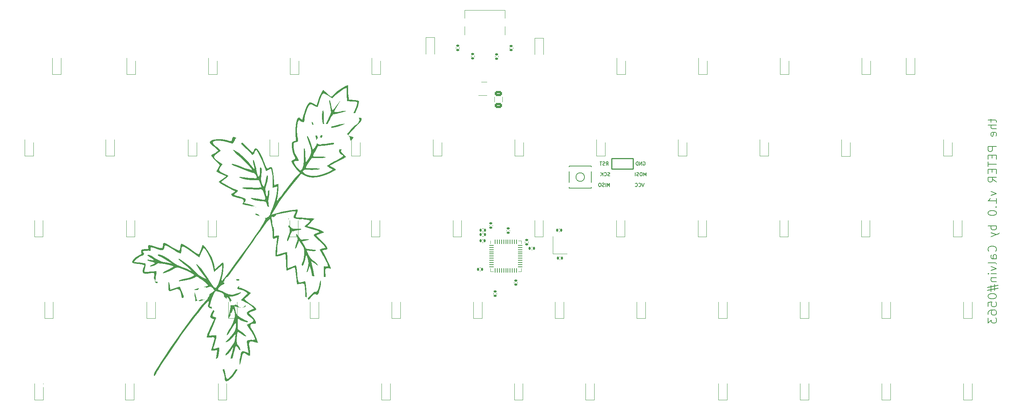
<source format=gbr>
%TF.GenerationSoftware,KiCad,Pcbnew,(6.0.7)*%
%TF.CreationDate,2022-10-29T11:39:37+02:00*%
%TF.ProjectId,the PETER keyboard,74686520-5045-4544-9552-206b6579626f,rev?*%
%TF.SameCoordinates,Original*%
%TF.FileFunction,Legend,Bot*%
%TF.FilePolarity,Positive*%
%FSLAX46Y46*%
G04 Gerber Fmt 4.6, Leading zero omitted, Abs format (unit mm)*
G04 Created by KiCad (PCBNEW (6.0.7)) date 2022-10-29 11:39:37*
%MOMM*%
%LPD*%
G01*
G04 APERTURE LIST*
G04 Aperture macros list*
%AMRoundRect*
0 Rectangle with rounded corners*
0 $1 Rounding radius*
0 $2 $3 $4 $5 $6 $7 $8 $9 X,Y pos of 4 corners*
0 Add a 4 corners polygon primitive as box body*
4,1,4,$2,$3,$4,$5,$6,$7,$8,$9,$2,$3,0*
0 Add four circle primitives for the rounded corners*
1,1,$1+$1,$2,$3*
1,1,$1+$1,$4,$5*
1,1,$1+$1,$6,$7*
1,1,$1+$1,$8,$9*
0 Add four rect primitives between the rounded corners*
20,1,$1+$1,$2,$3,$4,$5,0*
20,1,$1+$1,$4,$5,$6,$7,0*
20,1,$1+$1,$6,$7,$8,$9,0*
20,1,$1+$1,$8,$9,$2,$3,0*%
G04 Aperture macros list end*
%ADD10C,0.150000*%
%ADD11C,0.120000*%
%ADD12C,0.250000*%
%ADD13C,3.000000*%
%ADD14C,1.750000*%
%ADD15C,3.987800*%
%ADD16R,2.550000X2.500000*%
%ADD17C,3.048000*%
%ADD18R,2.000000X2.000000*%
%ADD19C,2.000000*%
%ADD20R,2.000000X3.200000*%
%ADD21R,1.100000X1.100000*%
%ADD22RoundRect,0.135000X0.185000X-0.135000X0.185000X0.135000X-0.185000X0.135000X-0.185000X-0.135000X0*%
%ADD23RoundRect,0.135000X-0.185000X0.135000X-0.185000X-0.135000X0.185000X-0.135000X0.185000X0.135000X0*%
%ADD24RoundRect,0.140000X-0.170000X0.140000X-0.170000X-0.140000X0.170000X-0.140000X0.170000X0.140000X0*%
%ADD25RoundRect,0.140000X-0.140000X-0.170000X0.140000X-0.170000X0.140000X0.170000X-0.140000X0.170000X0*%
%ADD26C,0.650000*%
%ADD27R,0.600000X1.450000*%
%ADD28R,0.300000X1.450000*%
%ADD29O,1.000000X1.600000*%
%ADD30O,1.000000X2.100000*%
%ADD31RoundRect,0.135000X-0.135000X-0.185000X0.135000X-0.185000X0.135000X0.185000X-0.135000X0.185000X0*%
%ADD32RoundRect,0.140000X0.140000X0.170000X-0.140000X0.170000X-0.140000X-0.170000X0.140000X-0.170000X0*%
%ADD33R,1.800000X1.100000*%
%ADD34RoundRect,0.250000X-0.625000X0.375000X-0.625000X-0.375000X0.625000X-0.375000X0.625000X0.375000X0*%
%ADD35RoundRect,0.140000X0.170000X-0.140000X0.170000X0.140000X-0.170000X0.140000X-0.170000X-0.140000X0*%
%ADD36R,0.700000X1.000000*%
%ADD37R,0.700000X0.600000*%
%ADD38R,1.200000X1.400000*%
%ADD39C,1.700000*%
%ADD40R,1.700000X1.700000*%
%ADD41RoundRect,0.062500X-0.062500X0.475000X-0.062500X-0.475000X0.062500X-0.475000X0.062500X0.475000X0*%
%ADD42RoundRect,0.062500X-0.475000X0.062500X-0.475000X-0.062500X0.475000X-0.062500X0.475000X0.062500X0*%
%ADD43R,5.200000X5.200000*%
G04 APERTURE END LIST*
D10*
X262461428Y-70535619D02*
X262461428Y-71297523D01*
X261794761Y-70821333D02*
X263509047Y-70821333D01*
X263699523Y-70916571D01*
X263794761Y-71107047D01*
X263794761Y-71297523D01*
X263794761Y-71964190D02*
X261794761Y-71964190D01*
X263794761Y-72821333D02*
X262747142Y-72821333D01*
X262556666Y-72726095D01*
X262461428Y-72535619D01*
X262461428Y-72249904D01*
X262556666Y-72059428D01*
X262651904Y-71964190D01*
X263699523Y-74535619D02*
X263794761Y-74345142D01*
X263794761Y-73964190D01*
X263699523Y-73773714D01*
X263509047Y-73678476D01*
X262747142Y-73678476D01*
X262556666Y-73773714D01*
X262461428Y-73964190D01*
X262461428Y-74345142D01*
X262556666Y-74535619D01*
X262747142Y-74630857D01*
X262937619Y-74630857D01*
X263128095Y-73678476D01*
X263794761Y-77011809D02*
X261794761Y-77011809D01*
X261794761Y-77773714D01*
X261890000Y-77964190D01*
X261985238Y-78059428D01*
X262175714Y-78154666D01*
X262461428Y-78154666D01*
X262651904Y-78059428D01*
X262747142Y-77964190D01*
X262842380Y-77773714D01*
X262842380Y-77011809D01*
X262747142Y-79011809D02*
X262747142Y-79678476D01*
X263794761Y-79964190D02*
X263794761Y-79011809D01*
X261794761Y-79011809D01*
X261794761Y-79964190D01*
X261794761Y-80535619D02*
X261794761Y-81678476D01*
X263794761Y-81107047D02*
X261794761Y-81107047D01*
X262747142Y-82345142D02*
X262747142Y-83011809D01*
X263794761Y-83297523D02*
X263794761Y-82345142D01*
X261794761Y-82345142D01*
X261794761Y-83297523D01*
X263794761Y-85297523D02*
X262842380Y-84630857D01*
X263794761Y-84154666D02*
X261794761Y-84154666D01*
X261794761Y-84916571D01*
X261890000Y-85107047D01*
X261985238Y-85202285D01*
X262175714Y-85297523D01*
X262461428Y-85297523D01*
X262651904Y-85202285D01*
X262747142Y-85107047D01*
X262842380Y-84916571D01*
X262842380Y-84154666D01*
X262461428Y-87488000D02*
X263794761Y-87964190D01*
X262461428Y-88440380D01*
X263794761Y-90249904D02*
X263794761Y-89107047D01*
X263794761Y-89678476D02*
X261794761Y-89678476D01*
X262080476Y-89487999D01*
X262270952Y-89297523D01*
X262366190Y-89107047D01*
X263604285Y-91107047D02*
X263699523Y-91202285D01*
X263794761Y-91107047D01*
X263699523Y-91011809D01*
X263604285Y-91107047D01*
X263794761Y-91107047D01*
X261794761Y-92440380D02*
X261794761Y-92630857D01*
X261890000Y-92821333D01*
X261985238Y-92916571D01*
X262175714Y-93011809D01*
X262556666Y-93107047D01*
X263032857Y-93107047D01*
X263413809Y-93011809D01*
X263604285Y-92916571D01*
X263699523Y-92821333D01*
X263794761Y-92630857D01*
X263794761Y-92440380D01*
X263699523Y-92249904D01*
X263604285Y-92154666D01*
X263413809Y-92059428D01*
X263032857Y-91964190D01*
X262556666Y-91964190D01*
X262175714Y-92059428D01*
X261985238Y-92154666D01*
X261890000Y-92249904D01*
X261794761Y-92440380D01*
X263794761Y-95487999D02*
X261794761Y-95487999D01*
X262556666Y-95487999D02*
X262461428Y-95678476D01*
X262461428Y-96059428D01*
X262556666Y-96249904D01*
X262651904Y-96345142D01*
X262842380Y-96440380D01*
X263413809Y-96440380D01*
X263604285Y-96345142D01*
X263699523Y-96249904D01*
X263794761Y-96059428D01*
X263794761Y-95678476D01*
X263699523Y-95487999D01*
X262461428Y-97107047D02*
X263794761Y-97583238D01*
X262461428Y-98059428D02*
X263794761Y-97583238D01*
X264270952Y-97392761D01*
X264366190Y-97297523D01*
X264461428Y-97107047D01*
X263604285Y-101487999D02*
X263699523Y-101392761D01*
X263794761Y-101107047D01*
X263794761Y-100916571D01*
X263699523Y-100630857D01*
X263509047Y-100440380D01*
X263318571Y-100345142D01*
X262937619Y-100249904D01*
X262651904Y-100249904D01*
X262270952Y-100345142D01*
X262080476Y-100440380D01*
X261890000Y-100630857D01*
X261794761Y-100916571D01*
X261794761Y-101107047D01*
X261890000Y-101392761D01*
X261985238Y-101487999D01*
X263794761Y-103202285D02*
X262747142Y-103202285D01*
X262556666Y-103107047D01*
X262461428Y-102916571D01*
X262461428Y-102535619D01*
X262556666Y-102345142D01*
X263699523Y-103202285D02*
X263794761Y-103011809D01*
X263794761Y-102535619D01*
X263699523Y-102345142D01*
X263509047Y-102249904D01*
X263318571Y-102249904D01*
X263128095Y-102345142D01*
X263032857Y-102535619D01*
X263032857Y-103011809D01*
X262937619Y-103202285D01*
X263794761Y-104440380D02*
X263699523Y-104249904D01*
X263509047Y-104154666D01*
X261794761Y-104154666D01*
X262461428Y-105011809D02*
X263794761Y-105487999D01*
X262461428Y-105964190D01*
X263794761Y-106726095D02*
X262461428Y-106726095D01*
X261794761Y-106726095D02*
X261890000Y-106630857D01*
X261985238Y-106726095D01*
X261890000Y-106821333D01*
X261794761Y-106726095D01*
X261985238Y-106726095D01*
X262461428Y-107678476D02*
X263794761Y-107678476D01*
X262651904Y-107678476D02*
X262556666Y-107773714D01*
X262461428Y-107964190D01*
X262461428Y-108249904D01*
X262556666Y-108440380D01*
X262747142Y-108535619D01*
X263794761Y-108535619D01*
X262461428Y-109392761D02*
X262461428Y-110821333D01*
X261604285Y-109964190D02*
X264175714Y-109392761D01*
X263318571Y-110630857D02*
X263318571Y-109202285D01*
X264175714Y-110059428D02*
X261604285Y-110630857D01*
X261794761Y-111868952D02*
X261794761Y-112059428D01*
X261890000Y-112249904D01*
X261985238Y-112345142D01*
X262175714Y-112440380D01*
X262556666Y-112535619D01*
X263032857Y-112535619D01*
X263413809Y-112440380D01*
X263604285Y-112345142D01*
X263699523Y-112249904D01*
X263794761Y-112059428D01*
X263794761Y-111868952D01*
X263699523Y-111678476D01*
X263604285Y-111583238D01*
X263413809Y-111487999D01*
X263032857Y-111392761D01*
X262556666Y-111392761D01*
X262175714Y-111487999D01*
X261985238Y-111583238D01*
X261890000Y-111678476D01*
X261794761Y-111868952D01*
X261794761Y-114345142D02*
X261794761Y-113392761D01*
X262747142Y-113297523D01*
X262651904Y-113392761D01*
X262556666Y-113583238D01*
X262556666Y-114059428D01*
X262651904Y-114249904D01*
X262747142Y-114345142D01*
X262937619Y-114440380D01*
X263413809Y-114440380D01*
X263604285Y-114345142D01*
X263699523Y-114249904D01*
X263794761Y-114059428D01*
X263794761Y-113583238D01*
X263699523Y-113392761D01*
X263604285Y-113297523D01*
X261794761Y-116154666D02*
X261794761Y-115773714D01*
X261890000Y-115583238D01*
X261985238Y-115487999D01*
X262270952Y-115297523D01*
X262651904Y-115202285D01*
X263413809Y-115202285D01*
X263604285Y-115297523D01*
X263699523Y-115392761D01*
X263794761Y-115583238D01*
X263794761Y-115964190D01*
X263699523Y-116154666D01*
X263604285Y-116249904D01*
X263413809Y-116345142D01*
X262937619Y-116345142D01*
X262747142Y-116249904D01*
X262651904Y-116154666D01*
X262556666Y-115964190D01*
X262556666Y-115583238D01*
X262651904Y-115392761D01*
X262747142Y-115297523D01*
X262937619Y-115202285D01*
X261794761Y-117011809D02*
X261794761Y-118249904D01*
X262556666Y-117583238D01*
X262556666Y-117868952D01*
X262651904Y-118059428D01*
X262747142Y-118154666D01*
X262937619Y-118249904D01*
X263413809Y-118249904D01*
X263604285Y-118154666D01*
X263699523Y-118059428D01*
X263794761Y-117868952D01*
X263794761Y-117297523D01*
X263699523Y-117107047D01*
X263604285Y-117011809D01*
%TO.C,J2*%
X173537142Y-86364404D02*
X173537142Y-85564404D01*
X173270476Y-86135833D01*
X173003809Y-85564404D01*
X173003809Y-86364404D01*
X172622857Y-86364404D02*
X172622857Y-85564404D01*
X172280000Y-86326309D02*
X172165714Y-86364404D01*
X171975238Y-86364404D01*
X171899047Y-86326309D01*
X171860952Y-86288214D01*
X171822857Y-86212023D01*
X171822857Y-86135833D01*
X171860952Y-86059642D01*
X171899047Y-86021547D01*
X171975238Y-85983452D01*
X172127619Y-85945357D01*
X172203809Y-85907261D01*
X172241904Y-85869166D01*
X172280000Y-85792976D01*
X172280000Y-85716785D01*
X172241904Y-85640595D01*
X172203809Y-85602500D01*
X172127619Y-85564404D01*
X171937142Y-85564404D01*
X171822857Y-85602500D01*
X171327619Y-85564404D02*
X171175238Y-85564404D01*
X171099047Y-85602500D01*
X171022857Y-85678690D01*
X170984761Y-85831071D01*
X170984761Y-86097738D01*
X171022857Y-86250119D01*
X171099047Y-86326309D01*
X171175238Y-86364404D01*
X171327619Y-86364404D01*
X171403809Y-86326309D01*
X171480000Y-86250119D01*
X171518095Y-86097738D01*
X171518095Y-85831071D01*
X171480000Y-85678690D01*
X171403809Y-85602500D01*
X171327619Y-85564404D01*
X172718095Y-81364404D02*
X172984761Y-80983452D01*
X173175238Y-81364404D02*
X173175238Y-80564404D01*
X172870476Y-80564404D01*
X172794285Y-80602500D01*
X172756190Y-80640595D01*
X172718095Y-80716785D01*
X172718095Y-80831071D01*
X172756190Y-80907261D01*
X172794285Y-80945357D01*
X172870476Y-80983452D01*
X173175238Y-80983452D01*
X172413333Y-81326309D02*
X172299047Y-81364404D01*
X172108571Y-81364404D01*
X172032380Y-81326309D01*
X171994285Y-81288214D01*
X171956190Y-81212023D01*
X171956190Y-81135833D01*
X171994285Y-81059642D01*
X172032380Y-81021547D01*
X172108571Y-80983452D01*
X172260952Y-80945357D01*
X172337142Y-80907261D01*
X172375238Y-80869166D01*
X172413333Y-80792976D01*
X172413333Y-80716785D01*
X172375238Y-80640595D01*
X172337142Y-80602500D01*
X172260952Y-80564404D01*
X172070476Y-80564404D01*
X171956190Y-80602500D01*
X171727619Y-80564404D02*
X171270476Y-80564404D01*
X171499047Y-81364404D02*
X171499047Y-80564404D01*
X181389523Y-80602500D02*
X181465714Y-80564404D01*
X181580000Y-80564404D01*
X181694285Y-80602500D01*
X181770476Y-80678690D01*
X181808571Y-80754880D01*
X181846666Y-80907261D01*
X181846666Y-81021547D01*
X181808571Y-81173928D01*
X181770476Y-81250119D01*
X181694285Y-81326309D01*
X181580000Y-81364404D01*
X181503809Y-81364404D01*
X181389523Y-81326309D01*
X181351428Y-81288214D01*
X181351428Y-81021547D01*
X181503809Y-81021547D01*
X181008571Y-81364404D02*
X181008571Y-80564404D01*
X180551428Y-81364404D01*
X180551428Y-80564404D01*
X180170476Y-81364404D02*
X180170476Y-80564404D01*
X179980000Y-80564404D01*
X179865714Y-80602500D01*
X179789523Y-80678690D01*
X179751428Y-80754880D01*
X179713333Y-80907261D01*
X179713333Y-81021547D01*
X179751428Y-81173928D01*
X179789523Y-81250119D01*
X179865714Y-81326309D01*
X179980000Y-81364404D01*
X180170476Y-81364404D01*
X181596666Y-85564404D02*
X181330000Y-86364404D01*
X181063333Y-85564404D01*
X180339523Y-86288214D02*
X180377619Y-86326309D01*
X180491904Y-86364404D01*
X180568095Y-86364404D01*
X180682380Y-86326309D01*
X180758571Y-86250119D01*
X180796666Y-86173928D01*
X180834761Y-86021547D01*
X180834761Y-85907261D01*
X180796666Y-85754880D01*
X180758571Y-85678690D01*
X180682380Y-85602500D01*
X180568095Y-85564404D01*
X180491904Y-85564404D01*
X180377619Y-85602500D01*
X180339523Y-85640595D01*
X179539523Y-86288214D02*
X179577619Y-86326309D01*
X179691904Y-86364404D01*
X179768095Y-86364404D01*
X179882380Y-86326309D01*
X179958571Y-86250119D01*
X179996666Y-86173928D01*
X180034761Y-86021547D01*
X180034761Y-85907261D01*
X179996666Y-85754880D01*
X179958571Y-85678690D01*
X179882380Y-85602500D01*
X179768095Y-85564404D01*
X179691904Y-85564404D01*
X179577619Y-85602500D01*
X179539523Y-85640595D01*
X182037142Y-83864404D02*
X182037142Y-83064404D01*
X181770476Y-83635833D01*
X181503809Y-83064404D01*
X181503809Y-83864404D01*
X180970476Y-83064404D02*
X180818095Y-83064404D01*
X180741904Y-83102500D01*
X180665714Y-83178690D01*
X180627619Y-83331071D01*
X180627619Y-83597738D01*
X180665714Y-83750119D01*
X180741904Y-83826309D01*
X180818095Y-83864404D01*
X180970476Y-83864404D01*
X181046666Y-83826309D01*
X181122857Y-83750119D01*
X181160952Y-83597738D01*
X181160952Y-83331071D01*
X181122857Y-83178690D01*
X181046666Y-83102500D01*
X180970476Y-83064404D01*
X180322857Y-83826309D02*
X180208571Y-83864404D01*
X180018095Y-83864404D01*
X179941904Y-83826309D01*
X179903809Y-83788214D01*
X179865714Y-83712023D01*
X179865714Y-83635833D01*
X179903809Y-83559642D01*
X179941904Y-83521547D01*
X180018095Y-83483452D01*
X180170476Y-83445357D01*
X180246666Y-83407261D01*
X180284761Y-83369166D01*
X180322857Y-83292976D01*
X180322857Y-83216785D01*
X180284761Y-83140595D01*
X180246666Y-83102500D01*
X180170476Y-83064404D01*
X179980000Y-83064404D01*
X179865714Y-83102500D01*
X179522857Y-83864404D02*
X179522857Y-83064404D01*
X173558571Y-83826309D02*
X173444285Y-83864404D01*
X173253809Y-83864404D01*
X173177619Y-83826309D01*
X173139523Y-83788214D01*
X173101428Y-83712023D01*
X173101428Y-83635833D01*
X173139523Y-83559642D01*
X173177619Y-83521547D01*
X173253809Y-83483452D01*
X173406190Y-83445357D01*
X173482380Y-83407261D01*
X173520476Y-83369166D01*
X173558571Y-83292976D01*
X173558571Y-83216785D01*
X173520476Y-83140595D01*
X173482380Y-83102500D01*
X173406190Y-83064404D01*
X173215714Y-83064404D01*
X173101428Y-83102500D01*
X172301428Y-83788214D02*
X172339523Y-83826309D01*
X172453809Y-83864404D01*
X172530000Y-83864404D01*
X172644285Y-83826309D01*
X172720476Y-83750119D01*
X172758571Y-83673928D01*
X172796666Y-83521547D01*
X172796666Y-83407261D01*
X172758571Y-83254880D01*
X172720476Y-83178690D01*
X172644285Y-83102500D01*
X172530000Y-83064404D01*
X172453809Y-83064404D01*
X172339523Y-83102500D01*
X172301428Y-83140595D01*
X171958571Y-83864404D02*
X171958571Y-83064404D01*
X171501428Y-83864404D02*
X171844285Y-83407261D01*
X171501428Y-83064404D02*
X171958571Y-83521547D01*
D11*
%TO.C,D40*%
X103663000Y-117150000D02*
X103663000Y-113300000D01*
X105663000Y-117150000D02*
X105663000Y-113300000D01*
X105663000Y-117150000D02*
X103663000Y-117150000D01*
%TO.C,D28*%
X100900500Y-98100000D02*
X98900500Y-98100000D01*
X100900500Y-98100000D02*
X100900500Y-94250000D01*
X98900500Y-98100000D02*
X98900500Y-94250000D01*
%TO.C,R_reset1*%
X153798000Y-99467641D02*
X153798000Y-99160359D01*
X154558000Y-99467641D02*
X154558000Y-99160359D01*
%TO.C,D21*%
X189500000Y-79200000D02*
X189500000Y-75350000D01*
X191500000Y-79200000D02*
X191500000Y-75350000D01*
X191500000Y-79200000D02*
X189500000Y-79200000D01*
%TO.C,R_USB2*%
X147580000Y-55802559D02*
X147580000Y-56109841D01*
X146820000Y-55802559D02*
X146820000Y-56109841D01*
%TO.C,D26*%
X62800500Y-98100000D02*
X60800500Y-98100000D01*
X62800500Y-98100000D02*
X62800500Y-94250000D01*
X60800500Y-98100000D02*
X60800500Y-94250000D01*
%TO.C,D9*%
X194262500Y-60150000D02*
X194262500Y-56300000D01*
X196262500Y-60150000D02*
X196262500Y-56300000D01*
X196262500Y-60150000D02*
X194262500Y-60150000D01*
%TO.C,D50*%
X62600000Y-136200000D02*
X60600000Y-136200000D01*
X62600000Y-136200000D02*
X62600000Y-132350000D01*
X60600000Y-136200000D02*
X60600000Y-132350000D01*
%TO.C,D44*%
X179863000Y-117150000D02*
X179863000Y-113300000D01*
X181863000Y-117150000D02*
X181863000Y-113300000D01*
X181863000Y-117150000D02*
X179863000Y-117150000D01*
%TO.C,D45*%
X200913000Y-117150000D02*
X198913000Y-117150000D01*
X198913000Y-117150000D02*
X198913000Y-113300000D01*
X200913000Y-117150000D02*
X200913000Y-113300000D01*
%TO.C,G\u002A\u002A\u002A*%
G36*
X105467126Y-111628812D02*
G01*
X105275805Y-111658355D01*
X105008527Y-111545099D01*
X104804214Y-111466615D01*
X104555380Y-111508907D01*
X104251282Y-111776662D01*
X103798301Y-112330644D01*
X103429661Y-112775912D01*
X103023224Y-113198080D01*
X102768176Y-113378568D01*
X102753377Y-113378564D01*
X102635452Y-113166278D01*
X102552907Y-112644387D01*
X102522818Y-111914781D01*
X102517063Y-111039065D01*
X102475099Y-109996385D01*
X102391342Y-109343206D01*
X102264015Y-109059949D01*
X102236134Y-109047397D01*
X101895428Y-109029228D01*
X101354433Y-109084012D01*
X100580959Y-109203380D01*
X100409366Y-107276763D01*
X100367749Y-106841018D01*
X100276629Y-106055417D01*
X100189064Y-105491695D01*
X100119378Y-105249964D01*
X100049251Y-105240102D01*
X99689472Y-105348098D01*
X99161531Y-105595579D01*
X98915065Y-105719829D01*
X98441835Y-105915196D01*
X98196818Y-105951002D01*
X98173844Y-105905170D01*
X98116574Y-105533831D01*
X98071124Y-104881719D01*
X98045733Y-104052353D01*
X98039446Y-103724605D01*
X98010367Y-102951255D01*
X97968596Y-102394958D01*
X97920933Y-102158854D01*
X97830956Y-102151099D01*
X97435203Y-102239303D01*
X96855697Y-102430633D01*
X96528065Y-102540156D01*
X95992731Y-102663236D01*
X95697054Y-102651298D01*
X95640625Y-102584508D01*
X95572151Y-102271514D01*
X95581612Y-101689975D01*
X95671289Y-100791155D01*
X95843467Y-99526316D01*
X95868550Y-99353362D01*
X95951504Y-98688892D01*
X95945071Y-98355042D01*
X95833862Y-98279159D01*
X95602491Y-98388593D01*
X95371985Y-98512693D01*
X95069816Y-98553192D01*
X94939756Y-98277648D01*
X94938210Y-97636717D01*
X94938625Y-97629196D01*
X94920691Y-97059259D01*
X94834960Y-96307195D01*
X94703456Y-95493672D01*
X94548205Y-94739359D01*
X94391230Y-94164920D01*
X94254554Y-93891028D01*
X94221125Y-93911914D01*
X93981309Y-94192882D01*
X93537237Y-94770825D01*
X92915082Y-95609876D01*
X92141017Y-96674170D01*
X91241216Y-97927839D01*
X90241852Y-99335018D01*
X89169096Y-100859841D01*
X88775989Y-101420294D01*
X87703801Y-102940182D01*
X86700830Y-104349584D01*
X85795780Y-105608959D01*
X85017350Y-106678763D01*
X84394242Y-107519452D01*
X83955155Y-108091484D01*
X83728792Y-108355316D01*
X83236446Y-108785764D01*
X83841039Y-108565432D01*
X84429894Y-108370782D01*
X85592521Y-108094516D01*
X86664447Y-107971551D01*
X87547731Y-108009810D01*
X88144437Y-108217218D01*
X88144961Y-108278074D01*
X87989116Y-108597301D01*
X87676207Y-109082286D01*
X87478525Y-109369889D01*
X87280580Y-109729286D01*
X87322872Y-109912432D01*
X87596319Y-110026694D01*
X87766301Y-110087078D01*
X88334122Y-110341629D01*
X88975864Y-110677409D01*
X89874807Y-111184179D01*
X89350328Y-111683445D01*
X89342336Y-111691049D01*
X88888293Y-112111328D01*
X88527953Y-112426319D01*
X88453048Y-112498923D01*
X88421327Y-112650278D01*
X88584235Y-112863197D01*
X88994613Y-113194974D01*
X89705301Y-113702901D01*
X89953687Y-113880533D01*
X90579013Y-114366096D01*
X91009613Y-114759047D01*
X91166003Y-114989383D01*
X91144809Y-115047316D01*
X90854014Y-115265636D01*
X90334519Y-115460586D01*
X89836507Y-115611293D01*
X89462435Y-115818024D01*
X89465243Y-116054659D01*
X89819120Y-116366571D01*
X89990170Y-116500931D01*
X90431418Y-116959562D01*
X90812579Y-117485824D01*
X91053058Y-117958242D01*
X91072261Y-118255343D01*
X90897825Y-118350713D01*
X90472206Y-118374250D01*
X90050457Y-118395628D01*
X89756629Y-118653642D01*
X89779296Y-119128641D01*
X90130499Y-119771384D01*
X90350266Y-120103666D01*
X90786698Y-120901975D01*
X91146320Y-121719580D01*
X91572865Y-122862168D01*
X90802416Y-122685463D01*
X90195712Y-122559788D01*
X89718835Y-122547275D01*
X89493308Y-122754626D01*
X89461628Y-123247197D01*
X89566289Y-124090340D01*
X89578364Y-124173631D01*
X89666693Y-124933312D01*
X89697044Y-125511086D01*
X89697328Y-125516496D01*
X89663439Y-125802793D01*
X89643908Y-125821690D01*
X89367956Y-125799897D01*
X88938141Y-125568800D01*
X88882866Y-125531055D01*
X88432689Y-125289882D01*
X88137245Y-125238941D01*
X88009209Y-125446357D01*
X87843987Y-125964035D01*
X87688382Y-126668826D01*
X87387832Y-127730740D01*
X86873741Y-128886084D01*
X86223030Y-129982644D01*
X85506732Y-130901224D01*
X84795878Y-131522630D01*
X84572317Y-131656451D01*
X84064771Y-131853328D01*
X83806865Y-131724698D01*
X83776098Y-131264877D01*
X83768361Y-130986720D01*
X83658881Y-130359837D01*
X83463066Y-129634024D01*
X83093724Y-128472259D01*
X82283461Y-128688175D01*
X81951643Y-128765160D01*
X81629648Y-128766031D01*
X81461429Y-128589193D01*
X81433038Y-128176117D01*
X81530530Y-127468268D01*
X81739957Y-126407116D01*
X81802238Y-126099298D01*
X81938983Y-125351245D01*
X82014976Y-124817320D01*
X82015070Y-124597172D01*
X82011714Y-124595145D01*
X81749660Y-124582443D01*
X81263398Y-124631726D01*
X81224487Y-124637153D01*
X80781010Y-124666761D01*
X80597321Y-124617530D01*
X80632042Y-124460316D01*
X80766747Y-123993457D01*
X80968541Y-123347590D01*
X80985720Y-123294127D01*
X81249047Y-122425148D01*
X81350372Y-121884823D01*
X81272689Y-121607084D01*
X80998989Y-121525860D01*
X80512267Y-121575085D01*
X80310345Y-121600208D01*
X79807883Y-121600679D01*
X79564013Y-121500920D01*
X79578500Y-121350251D01*
X79656019Y-121107141D01*
X80112859Y-121107141D01*
X80127082Y-121124019D01*
X80400434Y-121152973D01*
X80906480Y-121110324D01*
X81018401Y-121096148D01*
X81537313Y-121064004D01*
X81821171Y-121102239D01*
X81849226Y-121237342D01*
X81801512Y-121681302D01*
X81679623Y-122302367D01*
X81514154Y-122967981D01*
X81335697Y-123545588D01*
X81174846Y-123902636D01*
X81120311Y-123994394D01*
X81133005Y-124229987D01*
X81413810Y-124273503D01*
X81863956Y-124097074D01*
X82243900Y-123936059D01*
X82488294Y-123958105D01*
X82505452Y-124075271D01*
X82470774Y-124542815D01*
X82368623Y-125266998D01*
X82211381Y-126149824D01*
X82105855Y-126701249D01*
X81961455Y-127490315D01*
X81866479Y-128056166D01*
X81837592Y-128302826D01*
X81852661Y-128320725D01*
X82122823Y-128326110D01*
X82618400Y-128229780D01*
X83377953Y-128036185D01*
X83677643Y-129042384D01*
X83763093Y-129342811D01*
X83944861Y-130076842D01*
X84051443Y-130645739D01*
X84091409Y-130908333D01*
X84238751Y-131279620D01*
X84505448Y-131270305D01*
X84954001Y-130897842D01*
X85539992Y-130234125D01*
X86362485Y-128968861D01*
X86998867Y-127572140D01*
X87359981Y-126217401D01*
X87447100Y-125685093D01*
X87602716Y-125083375D01*
X87826935Y-124809363D01*
X88187738Y-124804063D01*
X88753113Y-125008480D01*
X89317258Y-125245157D01*
X89087949Y-123884484D01*
X88996655Y-123204968D01*
X88965167Y-122614925D01*
X89010322Y-122307186D01*
X89061662Y-122262982D01*
X89443814Y-122164143D01*
X90019207Y-122157402D01*
X90220731Y-122168517D01*
X90691840Y-122147834D01*
X90883501Y-122060709D01*
X90796085Y-121769642D01*
X90517306Y-121192186D01*
X90090419Y-120424067D01*
X89559890Y-119549646D01*
X88966411Y-118609062D01*
X89782900Y-118237677D01*
X89974422Y-118146265D01*
X90393599Y-117860938D01*
X90465050Y-117561282D01*
X90178964Y-117187990D01*
X89525531Y-116681748D01*
X89474573Y-116645468D01*
X88989046Y-116217763D01*
X88883548Y-115865689D01*
X89169797Y-115536472D01*
X89859507Y-115177333D01*
X90588992Y-114858203D01*
X90094477Y-114352776D01*
X89879359Y-114164133D01*
X89267165Y-113747470D01*
X88566437Y-113372010D01*
X87532911Y-112896671D01*
X88099004Y-112312203D01*
X88171830Y-112237843D01*
X88622132Y-111808027D01*
X88963441Y-111526452D01*
X89070504Y-111430587D01*
X89045147Y-111224162D01*
X88678977Y-110918675D01*
X88095532Y-110616372D01*
X87418173Y-110423447D01*
X87033378Y-110371155D01*
X86727921Y-110271568D01*
X86753169Y-110049631D01*
X87059049Y-109589000D01*
X87115172Y-109505865D01*
X87401758Y-108995257D01*
X87526103Y-108618749D01*
X87514099Y-108530958D01*
X87253051Y-108339102D01*
X86716270Y-108295045D01*
X85988250Y-108377145D01*
X85153481Y-108563756D01*
X84296456Y-108833236D01*
X83501667Y-109163940D01*
X82853608Y-109534226D01*
X82436770Y-109922447D01*
X82247764Y-110223709D01*
X82273410Y-110431821D01*
X82649722Y-110564917D01*
X83205043Y-110779087D01*
X83800289Y-111118550D01*
X84682441Y-111555677D01*
X85605275Y-111620420D01*
X86658111Y-111317844D01*
X87081289Y-111154511D01*
X87461502Y-111053229D01*
X87546372Y-111105846D01*
X87426353Y-111241139D01*
X86900409Y-111587926D01*
X86206273Y-111868891D01*
X85525806Y-112003261D01*
X84867910Y-112039913D01*
X85377690Y-112956267D01*
X85578097Y-113306653D01*
X85870026Y-113706200D01*
X86201051Y-113915198D01*
X86718289Y-114054125D01*
X86808072Y-114072467D01*
X87547358Y-114157534D01*
X88199778Y-114141730D01*
X88431031Y-114113744D01*
X88706469Y-114139437D01*
X88665990Y-114311262D01*
X88259696Y-114569507D01*
X87581967Y-114641779D01*
X86758075Y-114507081D01*
X86062809Y-114310585D01*
X86305381Y-115362074D01*
X86419448Y-115813088D01*
X86618875Y-116281469D01*
X86955445Y-116629246D01*
X87548204Y-117014714D01*
X87949167Y-117244580D01*
X88543559Y-117546094D01*
X88942456Y-117698981D01*
X89148841Y-117777373D01*
X89221545Y-117946201D01*
X89030262Y-118035080D01*
X88557000Y-118001951D01*
X87973542Y-117824087D01*
X87429593Y-117535776D01*
X87047455Y-117312621D01*
X86846381Y-117278962D01*
X86819414Y-117412852D01*
X86793349Y-117874772D01*
X86788900Y-118530701D01*
X86802628Y-119680743D01*
X87910484Y-120456473D01*
X88401643Y-120821994D01*
X88765424Y-121165079D01*
X88789774Y-121330556D01*
X88662140Y-121328385D01*
X88244274Y-121158723D01*
X87704506Y-120829039D01*
X87397930Y-120622993D01*
X86977071Y-120376456D01*
X86785259Y-120318489D01*
X86709270Y-120545178D01*
X86636059Y-121078742D01*
X86594361Y-121754270D01*
X86588313Y-122431124D01*
X86622051Y-122968662D01*
X86699715Y-123226245D01*
X86908284Y-123424924D01*
X87203831Y-123852995D01*
X87404768Y-124292456D01*
X87421641Y-124576057D01*
X87315910Y-124608618D01*
X87090772Y-124402786D01*
X86866353Y-124062913D01*
X86549190Y-123665607D01*
X86358558Y-123600851D01*
X86250627Y-123839246D01*
X86239619Y-123889828D01*
X86100378Y-124473083D01*
X85898207Y-125268034D01*
X85674042Y-126118968D01*
X85468819Y-126870174D01*
X85323474Y-127365937D01*
X85186040Y-127645640D01*
X85008699Y-127726923D01*
X84984503Y-127653969D01*
X85011849Y-127249047D01*
X85129640Y-126581852D01*
X85322360Y-125750174D01*
X85427658Y-125326667D01*
X85598667Y-124574517D01*
X85697705Y-124041448D01*
X85705896Y-123822352D01*
X85642742Y-123843621D01*
X85524415Y-124115813D01*
X85472982Y-124252604D01*
X85215680Y-124662166D01*
X84841646Y-125115860D01*
X84442756Y-125517386D01*
X84110885Y-125770444D01*
X83937905Y-125778734D01*
X83932872Y-125756128D01*
X84055841Y-125441379D01*
X84424485Y-124882927D01*
X85001542Y-124138247D01*
X85410184Y-123632019D01*
X85823616Y-123073911D01*
X86056701Y-122645551D01*
X86166599Y-122232640D01*
X86210470Y-121720884D01*
X86260313Y-120722196D01*
X85817743Y-121342735D01*
X85784890Y-121388028D01*
X85318858Y-121921321D01*
X84804840Y-122364925D01*
X84348330Y-122639637D01*
X84054823Y-122666258D01*
X84013528Y-122557241D01*
X84216772Y-122327461D01*
X84487673Y-122090450D01*
X84940019Y-121613535D01*
X85453720Y-121016991D01*
X85777182Y-120612500D01*
X86148266Y-120062733D01*
X86334030Y-119585470D01*
X86404700Y-119034303D01*
X86415040Y-118812176D01*
X86416549Y-118316466D01*
X86382094Y-118094297D01*
X86355250Y-118108880D01*
X86158627Y-118367154D01*
X85824055Y-118881193D01*
X85405352Y-119569701D01*
X85392681Y-119591097D01*
X84884495Y-120396200D01*
X84493782Y-120907918D01*
X84253934Y-121082379D01*
X84228942Y-121073080D01*
X84255883Y-120832109D01*
X84510825Y-120293327D01*
X84976874Y-119493859D01*
X85101445Y-119289426D01*
X85738104Y-118109496D01*
X86088887Y-117133636D01*
X86173095Y-116287144D01*
X86010031Y-115495315D01*
X85958585Y-115351541D01*
X85795625Y-114947705D01*
X85701646Y-114887925D01*
X85627069Y-115124149D01*
X85594470Y-115257038D01*
X85396905Y-115844340D01*
X85139144Y-116424997D01*
X84885135Y-116867109D01*
X84698826Y-117038776D01*
X84659355Y-116920440D01*
X84719659Y-116499194D01*
X84887038Y-115879623D01*
X84896973Y-115847871D01*
X85155410Y-114559893D01*
X85090162Y-113445531D01*
X84704143Y-112557783D01*
X84662408Y-112500967D01*
X84398929Y-112201325D01*
X84278299Y-112170566D01*
X84218944Y-112559514D01*
X84005291Y-113633858D01*
X83760429Y-114482608D01*
X83511023Y-115007184D01*
X83434740Y-115109876D01*
X83269498Y-115293873D01*
X83245309Y-115163751D01*
X83336392Y-114669686D01*
X83442488Y-114137094D01*
X83635155Y-113039653D01*
X83702646Y-112257362D01*
X83627195Y-111721232D01*
X83391034Y-111362276D01*
X82976396Y-111111505D01*
X82365512Y-110899929D01*
X82099005Y-110822877D01*
X81720377Y-110780687D01*
X81698540Y-110797465D01*
X81475360Y-110968935D01*
X81207143Y-111463976D01*
X81200429Y-111477639D01*
X80898109Y-112167910D01*
X80626262Y-112914031D01*
X80418500Y-113604565D01*
X80308434Y-114128080D01*
X80329674Y-114373141D01*
X80344851Y-114380942D01*
X80657238Y-114391307D01*
X81172684Y-114314664D01*
X81498307Y-114270558D01*
X81834889Y-114372600D01*
X81834033Y-114719678D01*
X81498683Y-115320887D01*
X81221181Y-115778841D01*
X80972684Y-116302992D01*
X80934247Y-116417186D01*
X80941164Y-116709476D01*
X81276712Y-116817936D01*
X81571254Y-116884141D01*
X81773762Y-117023165D01*
X81747800Y-117138583D01*
X81585474Y-117579925D01*
X81306365Y-118258791D01*
X80946761Y-119084723D01*
X80710389Y-119620695D01*
X80396850Y-120354511D01*
X80185541Y-120879417D01*
X80112859Y-121107141D01*
X79656019Y-121107141D01*
X79731350Y-120870892D01*
X80009559Y-120163720D01*
X80379141Y-119319677D01*
X81283246Y-117345209D01*
X80734028Y-117116452D01*
X80433186Y-116967146D01*
X80332425Y-116778903D01*
X80433726Y-116441275D01*
X80737379Y-115843117D01*
X81039180Y-115252859D01*
X81141743Y-114940140D01*
X81043360Y-114818889D01*
X80744662Y-114798620D01*
X80596964Y-114795927D01*
X80081555Y-114684571D01*
X79894484Y-114357685D01*
X79984265Y-113743855D01*
X80020016Y-113597391D01*
X80064858Y-113175370D01*
X79976188Y-113027607D01*
X79948773Y-113038045D01*
X79662222Y-113289158D01*
X79172100Y-113835922D01*
X78511316Y-114634773D01*
X77712776Y-115642138D01*
X76809389Y-116814449D01*
X75834061Y-118108135D01*
X74819700Y-119479628D01*
X73799212Y-120885359D01*
X72805506Y-122281758D01*
X71871489Y-123625254D01*
X71030068Y-124872281D01*
X70357146Y-125893456D01*
X69574891Y-127093472D01*
X68886522Y-128163613D01*
X68327399Y-129048373D01*
X67932879Y-129692246D01*
X67738321Y-130039724D01*
X67724290Y-130069899D01*
X67473212Y-130470569D01*
X67273014Y-130553703D01*
X67271928Y-130552935D01*
X67212605Y-130425946D01*
X67262267Y-130177094D01*
X67439726Y-129774034D01*
X67763791Y-129184423D01*
X68253276Y-128375918D01*
X68926991Y-127316174D01*
X69803749Y-125972848D01*
X70902362Y-124313596D01*
X71632066Y-123232005D01*
X72716080Y-121670242D01*
X73859756Y-120066309D01*
X75020888Y-118476458D01*
X76157269Y-116956939D01*
X77226689Y-115564004D01*
X78186943Y-114353905D01*
X78995822Y-113382891D01*
X79611118Y-112707215D01*
X79784571Y-112524529D01*
X79845339Y-112401010D01*
X79620306Y-112462896D01*
X79062224Y-112710471D01*
X78721424Y-112865775D01*
X78038735Y-113169548D01*
X77533180Y-113385268D01*
X77006421Y-113599084D01*
X76898368Y-112617771D01*
X76866906Y-112372635D01*
X76682791Y-111698041D01*
X76353417Y-111389146D01*
X75825036Y-111421384D01*
X75043898Y-111770189D01*
X74556963Y-112029341D01*
X74071636Y-112278831D01*
X73841515Y-112384921D01*
X73807593Y-112357898D01*
X73706207Y-112051608D01*
X73606517Y-111509780D01*
X73464861Y-110885779D01*
X73145276Y-110414267D01*
X72625016Y-110297059D01*
X71852946Y-110504849D01*
X71538472Y-110621840D01*
X71040325Y-110772822D01*
X70793395Y-110796534D01*
X70765887Y-110756752D01*
X70676584Y-110411563D01*
X70605097Y-109852784D01*
X70593855Y-109726667D01*
X70510544Y-109231219D01*
X70326716Y-109004483D01*
X69950780Y-108915221D01*
X69777378Y-108898637D01*
X69111773Y-108877569D01*
X68367534Y-108895002D01*
X68042940Y-108899886D01*
X67516468Y-108841531D01*
X67263753Y-108713198D01*
X67242309Y-108623382D01*
X67233745Y-108171210D01*
X67291820Y-107551981D01*
X67322239Y-107293378D01*
X67341183Y-106779619D01*
X67285540Y-106531525D01*
X67183244Y-106511087D01*
X66752873Y-106535676D01*
X66136577Y-106631404D01*
X65802962Y-106682619D01*
X65202787Y-106706782D01*
X64838536Y-106626896D01*
X64749939Y-106523659D01*
X64657118Y-106081910D01*
X64726550Y-105516285D01*
X64946026Y-105010421D01*
X64996959Y-104931525D01*
X65032144Y-104757996D01*
X64851181Y-104637666D01*
X64385396Y-104542338D01*
X63566115Y-104443814D01*
X62965977Y-104358087D01*
X62428346Y-104231251D01*
X62188292Y-104105114D01*
X62185087Y-104097227D01*
X62206866Y-103964865D01*
X62577365Y-103964865D01*
X63839062Y-104100380D01*
X64409215Y-104172607D01*
X64991620Y-104274661D01*
X65292247Y-104365297D01*
X65330313Y-104421628D01*
X65336542Y-104786207D01*
X65205900Y-105333743D01*
X65141194Y-105541898D01*
X65030615Y-106022154D01*
X65039985Y-106251159D01*
X65240984Y-106273980D01*
X65758032Y-106261832D01*
X66460043Y-106211904D01*
X67077222Y-106162749D01*
X67607337Y-106134897D01*
X67837474Y-106142802D01*
X67848118Y-106264298D01*
X67804596Y-106703102D01*
X67705785Y-107342580D01*
X67632961Y-107818932D01*
X67586149Y-108331378D01*
X67611526Y-108555108D01*
X67824265Y-108575140D01*
X68350697Y-108571297D01*
X69062774Y-108541350D01*
X69714954Y-108524489D01*
X70316856Y-108552017D01*
X70635524Y-108622468D01*
X70681872Y-108668786D01*
X70850687Y-109048024D01*
X70973404Y-109622069D01*
X71083058Y-110465521D01*
X72140048Y-110057046D01*
X72559867Y-109903550D01*
X73063360Y-109749000D01*
X73303732Y-109717601D01*
X73370198Y-109820108D01*
X73549672Y-110231221D01*
X73772955Y-110834697D01*
X73919233Y-111236045D01*
X74112119Y-111692567D01*
X74224484Y-111861453D01*
X74374979Y-111792002D01*
X74809344Y-111568657D01*
X75410933Y-111248523D01*
X75543123Y-111177341D01*
X76105435Y-110891453D01*
X76428711Y-110806252D01*
X76625959Y-110920472D01*
X76810189Y-111232848D01*
X77026462Y-111756204D01*
X77185808Y-112397631D01*
X77279613Y-112799854D01*
X77488367Y-112964256D01*
X77889914Y-112878266D01*
X78564740Y-112550824D01*
X78978016Y-112314669D01*
X79604852Y-111920658D01*
X80255585Y-111483907D01*
X80834411Y-111071055D01*
X81245519Y-110748739D01*
X81393103Y-110583596D01*
X81392834Y-110582639D01*
X81248640Y-110392653D01*
X80932382Y-110038178D01*
X80905047Y-110009010D01*
X80580157Y-109740936D01*
X80242935Y-109724809D01*
X79720616Y-109947732D01*
X79125993Y-110177722D01*
X78369268Y-110371755D01*
X77603344Y-110499124D01*
X76965104Y-110537263D01*
X76591426Y-110463605D01*
X76582614Y-110434255D01*
X76809411Y-110312875D01*
X77340064Y-110153537D01*
X78091597Y-109982835D01*
X78335774Y-109932165D01*
X79101175Y-109750275D01*
X79665709Y-109580966D01*
X79921469Y-109455343D01*
X79924754Y-109449910D01*
X79811070Y-109224331D01*
X79359056Y-108815909D01*
X78596894Y-108250286D01*
X77956469Y-107807087D01*
X77471011Y-107504365D01*
X77162735Y-107389129D01*
X76942329Y-107430267D01*
X76720482Y-107596670D01*
X76444064Y-107755333D01*
X75873577Y-107963018D01*
X75154822Y-108160506D01*
X74398226Y-108324459D01*
X73714217Y-108431540D01*
X73213224Y-108458412D01*
X73005672Y-108381737D01*
X73169959Y-108242868D01*
X73648412Y-108072149D01*
X74335955Y-107909363D01*
X75192054Y-107714877D01*
X75985189Y-107463620D01*
X76497797Y-107211106D01*
X76660213Y-106985039D01*
X76607181Y-106925363D01*
X76256478Y-106707491D01*
X75662049Y-106399278D01*
X74922608Y-106048465D01*
X74136869Y-105702794D01*
X73403547Y-105410007D01*
X73235098Y-105351823D01*
X72753465Y-105274064D01*
X72255933Y-105391613D01*
X71580632Y-105733164D01*
X70909548Y-106083392D01*
X70241776Y-106376363D01*
X69703679Y-106559337D01*
X69377612Y-106604622D01*
X69345933Y-106484530D01*
X69554350Y-106315119D01*
X70051325Y-106019112D01*
X70708268Y-105682504D01*
X71287357Y-105391598D01*
X71733913Y-105137320D01*
X71895335Y-105002028D01*
X71845468Y-104970829D01*
X71479225Y-104855103D01*
X70836955Y-104692702D01*
X70013269Y-104508438D01*
X69772701Y-104458765D01*
X68824852Y-104302170D01*
X68229223Y-104287737D01*
X67947810Y-104413725D01*
X67809359Y-104546217D01*
X67406778Y-104773506D01*
X66925085Y-104955909D01*
X66514723Y-105041168D01*
X66326135Y-104977024D01*
X66325552Y-104971188D01*
X66494973Y-104791409D01*
X66914292Y-104577638D01*
X67211273Y-104445060D01*
X67469708Y-104231919D01*
X67310986Y-104067970D01*
X66732619Y-103944542D01*
X66672548Y-103935721D01*
X66107393Y-103784470D01*
X65740611Y-103574092D01*
X65686120Y-103492139D01*
X65822562Y-103407322D01*
X66342976Y-103476658D01*
X66385509Y-103485216D01*
X67011033Y-103571255D01*
X67240964Y-103508388D01*
X67072469Y-103305569D01*
X66502716Y-102971753D01*
X66244704Y-102829135D01*
X65858304Y-102556716D01*
X65753686Y-102380845D01*
X65822130Y-102318019D01*
X66168350Y-102317648D01*
X66761918Y-102588889D01*
X67631157Y-103143244D01*
X68226454Y-103515628D01*
X69073831Y-103875962D01*
X70105739Y-104099605D01*
X71504854Y-104315639D01*
X70229241Y-103554196D01*
X69539485Y-103156861D01*
X68904424Y-102817391D01*
X68489295Y-102625575D01*
X68218909Y-102477725D01*
X68144749Y-102287321D01*
X68171312Y-102259097D01*
X68508781Y-102224726D01*
X69086045Y-102400455D01*
X69818979Y-102747394D01*
X70623454Y-103226648D01*
X71415345Y-103799328D01*
X71733378Y-104046549D01*
X72706550Y-104697353D01*
X73490581Y-105046997D01*
X73698471Y-105110288D01*
X74458744Y-105391216D01*
X75212546Y-105724529D01*
X75467274Y-105847902D01*
X75859311Y-106013311D01*
X75951675Y-105980601D01*
X75796089Y-105752228D01*
X75454963Y-105416184D01*
X74886448Y-104941477D01*
X74215649Y-104433071D01*
X74159139Y-104392054D01*
X73565548Y-103924996D01*
X73148492Y-103531968D01*
X72995174Y-103294331D01*
X72998743Y-103275768D01*
X73187961Y-103271516D01*
X73611351Y-103489461D01*
X74196557Y-103876105D01*
X74871219Y-104377949D01*
X75562981Y-104941495D01*
X76199484Y-105513246D01*
X76708372Y-106039704D01*
X76973581Y-106335001D01*
X77739877Y-107032657D01*
X78566587Y-107521064D01*
X79535938Y-107976275D01*
X78210441Y-106178986D01*
X77781131Y-105579503D01*
X77384507Y-104979447D01*
X77166067Y-104586379D01*
X77165250Y-104464978D01*
X77311459Y-104536316D01*
X77780871Y-104952828D01*
X78394683Y-105681445D01*
X79117143Y-106677511D01*
X79912503Y-107896373D01*
X79975269Y-107996963D01*
X80592925Y-108962872D01*
X81047394Y-109594126D01*
X81383138Y-109920217D01*
X81644618Y-109970641D01*
X81876297Y-109774888D01*
X82122637Y-109362452D01*
X82221630Y-109163908D01*
X82663996Y-108011666D01*
X82998111Y-106714903D01*
X83162009Y-105503676D01*
X83208433Y-104631793D01*
X81316593Y-106276883D01*
X80988646Y-104847299D01*
X80907174Y-104533075D01*
X80608377Y-103651995D01*
X80217601Y-102726508D01*
X79789074Y-101868835D01*
X79377025Y-101191197D01*
X79035683Y-100805815D01*
X79033093Y-100804015D01*
X78800261Y-100807684D01*
X78573041Y-101192259D01*
X78363942Y-101691461D01*
X78084411Y-102335900D01*
X77821572Y-102927050D01*
X75939546Y-101521780D01*
X75149849Y-100943544D01*
X74486796Y-100510225D01*
X74056389Y-100335051D01*
X73806902Y-100413271D01*
X73686615Y-100740134D01*
X73643805Y-101310888D01*
X73578328Y-101765224D01*
X73447534Y-101973399D01*
X73435253Y-101973860D01*
X73148151Y-101863708D01*
X72620266Y-101585504D01*
X71955871Y-101193746D01*
X71535371Y-100935839D01*
X70741351Y-100466864D01*
X70218102Y-100202975D01*
X69906798Y-100124879D01*
X69748616Y-100213285D01*
X69684729Y-100448902D01*
X69667647Y-100574928D01*
X69532321Y-101018267D01*
X69251803Y-101208407D01*
X68748624Y-101165954D01*
X67945313Y-100911511D01*
X67602944Y-100789746D01*
X66961724Y-100590732D01*
X66611288Y-100562880D01*
X66479260Y-100712985D01*
X66493267Y-101047843D01*
X66484692Y-101332309D01*
X66262401Y-101352779D01*
X66005357Y-101319772D01*
X65531580Y-101330846D01*
X65050260Y-101389874D01*
X64704978Y-101477319D01*
X64639314Y-101573641D01*
X64754774Y-101670730D01*
X64962970Y-102025255D01*
X64766516Y-102347594D01*
X64156122Y-102658602D01*
X63932430Y-102753774D01*
X63320568Y-103110161D01*
X62914036Y-103484048D01*
X62577365Y-103964865D01*
X62206866Y-103964865D01*
X62244970Y-103733295D01*
X62574053Y-103267800D01*
X63077283Y-102807162D01*
X63659612Y-102457802D01*
X63742332Y-102421374D01*
X64194207Y-102191800D01*
X64351584Y-101992257D01*
X64305373Y-101718694D01*
X64263593Y-101579777D01*
X64272938Y-101222123D01*
X64575041Y-101035636D01*
X65232241Y-100969960D01*
X65358914Y-100966287D01*
X65819080Y-100923377D01*
X65971762Y-100793794D01*
X65914637Y-100511987D01*
X65881399Y-100403574D01*
X65878345Y-100105922D01*
X66112656Y-100000397D01*
X66633472Y-100081788D01*
X67489936Y-100344880D01*
X68188205Y-100572626D01*
X68787847Y-100720845D01*
X69127031Y-100699005D01*
X69281231Y-100497280D01*
X69325924Y-100105843D01*
X69397916Y-99667796D01*
X69593733Y-99487947D01*
X69680119Y-99512243D01*
X70090207Y-99705935D01*
X70719513Y-100049950D01*
X71471387Y-100492574D01*
X71837397Y-100709432D01*
X72508005Y-101074077D01*
X72994354Y-101293600D01*
X73210187Y-101326626D01*
X73218524Y-101313144D01*
X73320923Y-100983401D01*
X73416262Y-100451567D01*
X73427064Y-100378456D01*
X73551415Y-99909087D01*
X73706942Y-99698945D01*
X73881639Y-99764430D01*
X74345140Y-100030518D01*
X75008787Y-100455416D01*
X75793540Y-100990213D01*
X76250796Y-101305899D01*
X77077584Y-101839765D01*
X77597676Y-102109142D01*
X77822473Y-102120377D01*
X77869076Y-102032875D01*
X78031753Y-101602700D01*
X78216778Y-100999580D01*
X78299685Y-100726187D01*
X78487330Y-100247725D01*
X78634697Y-100045563D01*
X78655913Y-100044792D01*
X78930876Y-100222280D01*
X79333638Y-100659693D01*
X79790687Y-101261202D01*
X80228521Y-101930984D01*
X80573632Y-102573213D01*
X80681308Y-102821184D01*
X81013171Y-103727588D01*
X81263438Y-104603023D01*
X81505214Y-105658327D01*
X82377859Y-104836792D01*
X82760075Y-104498371D01*
X83173234Y-104191717D01*
X83388557Y-104111924D01*
X83407834Y-104130680D01*
X83491140Y-104464825D01*
X83501674Y-105077635D01*
X83447185Y-105850250D01*
X83335426Y-106663808D01*
X83174149Y-107399451D01*
X83077374Y-107794546D01*
X83035483Y-108240593D01*
X83154288Y-108342521D01*
X83156621Y-108341426D01*
X83360390Y-108131404D01*
X83771948Y-107621900D01*
X84357808Y-106859373D01*
X85084483Y-105890282D01*
X85918484Y-104761089D01*
X86826323Y-103518251D01*
X87774513Y-102208226D01*
X88729567Y-100877476D01*
X89657997Y-99572459D01*
X90526313Y-98339634D01*
X91301029Y-97225461D01*
X91948658Y-96276398D01*
X92435712Y-95538906D01*
X92728703Y-95059443D01*
X93016431Y-94520536D01*
X93223595Y-94044530D01*
X93240226Y-93786019D01*
X93234576Y-93781535D01*
X94650836Y-93781535D01*
X94832552Y-94416650D01*
X94972407Y-94882036D01*
X95152725Y-95792810D01*
X95245481Y-96699697D01*
X95298757Y-98009325D01*
X95873664Y-97844460D01*
X96032655Y-97799390D01*
X96325087Y-97750389D01*
X96443425Y-97871350D01*
X96417444Y-98243872D01*
X96276921Y-98949555D01*
X96210348Y-99307799D01*
X96079433Y-100246700D01*
X95998564Y-101155173D01*
X95934705Y-102333835D01*
X97076453Y-101962851D01*
X97565235Y-101812494D01*
X98072726Y-101680443D01*
X98303472Y-101654600D01*
X98317988Y-101692551D01*
X98350675Y-102045734D01*
X98369439Y-102683066D01*
X98370572Y-103502375D01*
X98369502Y-103808233D01*
X98387071Y-104582271D01*
X98429786Y-105142575D01*
X98490946Y-105384428D01*
X98573519Y-105393975D01*
X98957422Y-105291495D01*
X99508082Y-105059310D01*
X99787930Y-104936402D01*
X100249464Y-104796370D01*
X100467820Y-104825769D01*
X100482079Y-104877139D01*
X100539479Y-105275458D01*
X100607500Y-105948082D01*
X100674311Y-106782871D01*
X100697070Y-107065610D01*
X100791485Y-107853322D01*
X100907626Y-108437922D01*
X101025461Y-108709498D01*
X101348135Y-108753103D01*
X101838806Y-108633015D01*
X102289849Y-108496701D01*
X102564859Y-108495410D01*
X102591385Y-108542620D01*
X102666668Y-108917109D01*
X102739368Y-109571535D01*
X102796847Y-110402032D01*
X102812868Y-110709207D01*
X102856879Y-111522898D01*
X102892737Y-112143783D01*
X102913890Y-112456865D01*
X103033043Y-112452996D01*
X103354147Y-112191338D01*
X103802651Y-111722596D01*
X104174770Y-111323731D01*
X104632331Y-110945228D01*
X104905523Y-110909553D01*
X105125641Y-110965560D01*
X105339955Y-110756222D01*
X105562473Y-110223951D01*
X105820744Y-109320927D01*
X105979466Y-108737959D01*
X106141437Y-108303967D01*
X106314222Y-108111462D01*
X106553733Y-108064605D01*
X106574407Y-108063935D01*
X106774435Y-107998746D01*
X106878993Y-107769064D01*
X106905061Y-107289390D01*
X106869623Y-106474228D01*
X106861212Y-106316523D01*
X106852658Y-105603058D01*
X106896238Y-105115290D01*
X106984557Y-104951213D01*
X107126976Y-104980976D01*
X107568044Y-105027953D01*
X107767296Y-104983420D01*
X107828608Y-104761292D01*
X107689828Y-104316198D01*
X107337122Y-103606584D01*
X106756656Y-102590898D01*
X106643234Y-102397113D01*
X106276479Y-101739652D01*
X106035316Y-101257165D01*
X105967252Y-101042819D01*
X106194469Y-100936194D01*
X106656537Y-100812972D01*
X107277851Y-100680605D01*
X106922717Y-100156057D01*
X106629822Y-99805439D01*
X106094242Y-99270612D01*
X105466427Y-98713175D01*
X105453926Y-98702733D01*
X104921271Y-98221809D01*
X104571823Y-97836734D01*
X104480678Y-97630020D01*
X104497155Y-97610883D01*
X104801228Y-97424424D01*
X105307279Y-97212701D01*
X105400298Y-97179073D01*
X105739125Y-97026517D01*
X105815230Y-96887526D01*
X105591630Y-96733009D01*
X105031339Y-96533873D01*
X104097372Y-96261027D01*
X103825852Y-96184346D01*
X103032104Y-95951404D01*
X102580467Y-95784215D01*
X102418713Y-95645557D01*
X102494617Y-95498204D01*
X102755952Y-95304933D01*
X103118638Y-95010919D01*
X103527689Y-94562674D01*
X103559471Y-94516686D01*
X103650407Y-94338385D01*
X103586485Y-94219666D01*
X103300797Y-94139003D01*
X102726430Y-94074870D01*
X101796472Y-94005744D01*
X101486759Y-93983116D01*
X100577744Y-93889222D01*
X100033813Y-93755430D01*
X99808985Y-93547708D01*
X99857274Y-93232023D01*
X100132699Y-92774341D01*
X100301216Y-92404812D01*
X100247579Y-92143339D01*
X100062502Y-92118581D01*
X99526784Y-92159287D01*
X98746907Y-92272124D01*
X97818684Y-92445188D01*
X95606125Y-92899364D01*
X96107139Y-93331700D01*
X96228616Y-93426490D01*
X96830256Y-93678133D01*
X97698484Y-93738700D01*
X98142799Y-93742376D01*
X98637839Y-93801753D01*
X98805748Y-93900075D01*
X98615707Y-94005642D01*
X98036895Y-94086755D01*
X97229730Y-94146838D01*
X97829322Y-94582135D01*
X97880344Y-94619915D01*
X98452605Y-95105725D01*
X99000560Y-95653566D01*
X99160208Y-95825925D01*
X99528611Y-96125812D01*
X99952026Y-96238273D01*
X100612653Y-96228256D01*
X100906528Y-96215561D01*
X101466397Y-96235347D01*
X101651402Y-96315982D01*
X101445448Y-96433025D01*
X100832440Y-96562030D01*
X99965676Y-96695794D01*
X100746651Y-97702342D01*
X101527626Y-98708891D01*
X102544349Y-98641607D01*
X102618484Y-98636973D01*
X103236626Y-98633136D01*
X103441179Y-98704312D01*
X103228950Y-98829427D01*
X102596744Y-98987403D01*
X101812684Y-99143035D01*
X102277826Y-100018908D01*
X102742968Y-100894780D01*
X103844240Y-101006617D01*
X103903552Y-101012651D01*
X104580524Y-101087258D01*
X104927651Y-101151054D01*
X105030882Y-101230172D01*
X104976171Y-101350738D01*
X104895476Y-101390013D01*
X104491653Y-101424564D01*
X103888234Y-101394146D01*
X102899348Y-101296092D01*
X103336179Y-102268486D01*
X103738176Y-102980191D01*
X104414429Y-103624309D01*
X104421788Y-103628727D01*
X104962650Y-104038055D01*
X105367754Y-104483329D01*
X105458970Y-104628843D01*
X105501802Y-104773275D01*
X105301216Y-104688782D01*
X104808008Y-104364960D01*
X103936354Y-103771001D01*
X104282967Y-105179888D01*
X104344443Y-105440776D01*
X104526677Y-106378206D01*
X104650000Y-107275489D01*
X104706536Y-108039270D01*
X104688410Y-108576193D01*
X104587747Y-108792907D01*
X104532750Y-108736187D01*
X104395850Y-108358692D01*
X104228908Y-107703567D01*
X104056488Y-106860185D01*
X103961754Y-106363153D01*
X103803778Y-105613116D01*
X103675338Y-105100305D01*
X103597653Y-104914692D01*
X103587000Y-104919802D01*
X103461258Y-105154457D01*
X103303958Y-105625057D01*
X103284827Y-105690557D01*
X103111780Y-106144311D01*
X102961358Y-106344046D01*
X102928195Y-106251553D01*
X102977646Y-105854326D01*
X103120371Y-105246346D01*
X103276586Y-104221838D01*
X103173108Y-103210650D01*
X103094749Y-102944028D01*
X102932553Y-102488043D01*
X102824767Y-102315334D01*
X102781763Y-102379653D01*
X102668474Y-102750213D01*
X102541403Y-103337165D01*
X102479385Y-103639945D01*
X102258958Y-104385519D01*
X102014814Y-104800348D01*
X101770555Y-104838465D01*
X101754773Y-104822591D01*
X101746482Y-104535214D01*
X101903746Y-104063259D01*
X102019348Y-103742677D01*
X102196764Y-103002787D01*
X102313821Y-102196343D01*
X102335572Y-101384173D01*
X102180180Y-100712910D01*
X101788527Y-99986815D01*
X101151880Y-98984902D01*
X100954755Y-99489876D01*
X100803590Y-99877121D01*
X100559601Y-100502183D01*
X100383494Y-100813097D01*
X100196982Y-100894266D01*
X100169235Y-100749154D01*
X100262331Y-100305201D01*
X100480493Y-99691058D01*
X100707716Y-99100708D01*
X100783345Y-98657572D01*
X100658400Y-98271389D01*
X100318235Y-97768662D01*
X100117707Y-97495749D01*
X99750939Y-97034329D01*
X99525994Y-96883320D01*
X99367188Y-97018984D01*
X99198835Y-97417586D01*
X99111420Y-97646654D01*
X98803132Y-98422686D01*
X98591280Y-98875775D01*
X98442357Y-99068941D01*
X98322863Y-99065200D01*
X98304806Y-98865849D01*
X98428878Y-98381837D01*
X98675901Y-97733744D01*
X98762860Y-97526721D01*
X98998656Y-96772903D01*
X98958511Y-96207370D01*
X98606103Y-95708614D01*
X97905113Y-95155127D01*
X97207439Y-94666610D01*
X97283980Y-95527842D01*
X97297446Y-95731203D01*
X97282813Y-96211791D01*
X97199195Y-96417522D01*
X97127083Y-96338611D01*
X97017100Y-95946105D01*
X96929251Y-95330628D01*
X96861575Y-94754149D01*
X96730915Y-94332853D01*
X96455095Y-94057471D01*
X95938293Y-93777856D01*
X95683326Y-93655358D01*
X95609459Y-93627792D01*
X95046868Y-93417846D01*
X94712490Y-93454253D01*
X94650836Y-93781535D01*
X93234576Y-93781535D01*
X93087021Y-93664424D01*
X93038644Y-93647834D01*
X92609541Y-93503366D01*
X91929328Y-93276366D01*
X91121658Y-93008128D01*
X90894329Y-92931406D01*
X90179888Y-92669863D01*
X89674308Y-92452917D01*
X89475224Y-92321297D01*
X89474715Y-92309546D01*
X89629031Y-92071701D01*
X89993621Y-91730103D01*
X90108981Y-91632000D01*
X90344694Y-91326092D01*
X90251749Y-91089843D01*
X89798804Y-90892248D01*
X88954512Y-90702304D01*
X88747945Y-90663750D01*
X88177123Y-90548166D01*
X87924952Y-90447114D01*
X87914701Y-90305675D01*
X88069641Y-90068926D01*
X88153125Y-89926330D01*
X88156445Y-89521641D01*
X87749444Y-89211524D01*
X86934372Y-88998101D01*
X86353403Y-88875080D01*
X85705452Y-88642564D01*
X85329397Y-88377712D01*
X85299617Y-88120457D01*
X85468745Y-87962727D01*
X85872748Y-87711082D01*
X86119075Y-87567362D01*
X86117962Y-87429411D01*
X85745766Y-87246628D01*
X85511828Y-87140502D01*
X84922937Y-86839350D01*
X84235610Y-86459442D01*
X83544198Y-86056454D01*
X82943051Y-85686062D01*
X82526516Y-85403940D01*
X82388945Y-85265766D01*
X82439093Y-85217053D01*
X82748141Y-84972881D01*
X83228616Y-84620136D01*
X83309725Y-84562140D01*
X83811281Y-84195033D01*
X84020886Y-83992516D01*
X83984644Y-83880574D01*
X83748651Y-83785191D01*
X83662189Y-83752824D01*
X83177045Y-83544168D01*
X82579952Y-83262707D01*
X81774696Y-82866972D01*
X82246117Y-82078839D01*
X82357919Y-81888664D01*
X82557674Y-81455497D01*
X82515556Y-81170576D01*
X82229434Y-80880700D01*
X81668680Y-80388493D01*
X81019537Y-79729128D01*
X80688070Y-79246146D01*
X80659886Y-79034669D01*
X80855465Y-78825292D01*
X81372628Y-78571206D01*
X81569221Y-78479412D01*
X82019468Y-78199171D01*
X82206200Y-77965807D01*
X82148913Y-77829165D01*
X81830105Y-77484522D01*
X81322517Y-77079979D01*
X81025122Y-76865013D01*
X80469243Y-76390083D01*
X80271342Y-76032346D01*
X80280470Y-76013882D01*
X80954250Y-76013882D01*
X81177361Y-76394996D01*
X81770938Y-76951786D01*
X82220376Y-77347084D01*
X82621832Y-77738632D01*
X82788054Y-77955630D01*
X82763912Y-78022775D01*
X82492184Y-78281168D01*
X82011041Y-78605570D01*
X81784924Y-78747179D01*
X81362659Y-79121281D01*
X81297284Y-79488041D01*
X81597637Y-79909737D01*
X82272551Y-80448644D01*
X83220093Y-81125804D01*
X82761176Y-81781566D01*
X82483463Y-82293025D01*
X82506486Y-82690523D01*
X82875455Y-83026303D01*
X83626192Y-83365977D01*
X83928260Y-83488266D01*
X84395278Y-83714828D01*
X84590562Y-83868558D01*
X84546103Y-83957952D01*
X84251421Y-84250002D01*
X83767790Y-84633744D01*
X82919506Y-85254237D01*
X84271561Y-86040148D01*
X84286831Y-86049012D01*
X85046177Y-86462358D01*
X85743920Y-86796381D01*
X86230778Y-86979506D01*
X86419266Y-87031851D01*
X86799528Y-87227765D01*
X86772269Y-87483609D01*
X86343368Y-87844559D01*
X86149584Y-87982447D01*
X85952062Y-88189286D01*
X86033999Y-88348990D01*
X86440418Y-88505899D01*
X87216341Y-88704357D01*
X87451776Y-88762026D01*
X88204310Y-88981500D01*
X88602814Y-89192420D01*
X88699898Y-89436270D01*
X88548176Y-89754537D01*
X88250100Y-90180235D01*
X89664604Y-90542726D01*
X89697658Y-90551253D01*
X90393153Y-90759766D01*
X90884519Y-90960843D01*
X91067246Y-91112061D01*
X91066219Y-91121493D01*
X90892884Y-91395362D01*
X90517616Y-91754338D01*
X90371508Y-91874130D01*
X90168103Y-92081829D01*
X90168059Y-92247347D01*
X90421467Y-92413064D01*
X90978418Y-92621362D01*
X91889006Y-92914619D01*
X92646206Y-93121334D01*
X93276698Y-93215358D01*
X93603077Y-93155090D01*
X93750583Y-92796438D01*
X93813377Y-92168920D01*
X93791416Y-91428996D01*
X93689413Y-90728669D01*
X93512081Y-90219941D01*
X93466381Y-90144861D01*
X93154370Y-89824515D01*
X92714006Y-89789839D01*
X92248092Y-89794005D01*
X91596453Y-89711718D01*
X90916253Y-89565675D01*
X90319627Y-89385095D01*
X89918713Y-89199199D01*
X89825648Y-89037207D01*
X89831218Y-89031135D01*
X90103842Y-89000297D01*
X90665642Y-89056570D01*
X91402642Y-89188984D01*
X91437391Y-89196313D01*
X92193202Y-89335018D01*
X92789928Y-89408022D01*
X93101086Y-89399637D01*
X93156993Y-89357997D01*
X93210278Y-89054484D01*
X93083496Y-88453655D01*
X92769702Y-87516025D01*
X92690512Y-87319304D01*
X92510464Y-87094176D01*
X92177698Y-87016453D01*
X91557862Y-87032535D01*
X90888207Y-87044946D01*
X90043894Y-87015402D01*
X89198282Y-86950402D01*
X88457516Y-86860549D01*
X87927738Y-86756445D01*
X87715092Y-86648693D01*
X87839333Y-86599476D01*
X88307618Y-86562965D01*
X89044343Y-86554794D01*
X89964761Y-86577641D01*
X90722187Y-86601508D01*
X91529216Y-86610189D01*
X92094517Y-86595939D01*
X92327560Y-86559454D01*
X92337261Y-86511528D01*
X92256661Y-86173034D01*
X92049630Y-85653432D01*
X91687122Y-84856461D01*
X90825634Y-84891575D01*
X90705447Y-84894302D01*
X89954954Y-84852947D01*
X89079111Y-84737496D01*
X88214876Y-84573199D01*
X87499205Y-84385303D01*
X87069055Y-84199055D01*
X87085962Y-84144726D01*
X87422901Y-84124620D01*
X88051449Y-84161452D01*
X88899100Y-84253079D01*
X89515534Y-84323674D01*
X90337390Y-84391257D01*
X90938994Y-84407432D01*
X91221028Y-84367316D01*
X91246532Y-84332247D01*
X91206867Y-84041554D01*
X91005654Y-83639511D01*
X90740085Y-83290621D01*
X90507355Y-83159387D01*
X90326075Y-83128193D01*
X89830666Y-82976628D01*
X89120746Y-82730827D01*
X88284004Y-82424329D01*
X87408132Y-82090673D01*
X86580823Y-81763396D01*
X85889766Y-81476036D01*
X85422653Y-81262134D01*
X85267176Y-81155226D01*
X85323598Y-81110292D01*
X85624588Y-81094034D01*
X86188940Y-81220353D01*
X87057412Y-81499943D01*
X88270753Y-81943500D01*
X88780730Y-82129222D01*
X89481296Y-82355963D01*
X89952480Y-82470394D01*
X90112465Y-82450012D01*
X89987121Y-82213461D01*
X89596891Y-81711846D01*
X89016167Y-81062662D01*
X88316419Y-80341670D01*
X87569120Y-79624631D01*
X86845743Y-78987307D01*
X86736889Y-78896044D01*
X86115196Y-78337577D01*
X85771349Y-77952850D01*
X85738575Y-77778150D01*
X85945551Y-77813919D01*
X86414382Y-78084516D01*
X87043847Y-78549446D01*
X87759805Y-79146244D01*
X88488118Y-79812449D01*
X89154644Y-80485599D01*
X89685247Y-81103230D01*
X89690818Y-81110466D01*
X90142259Y-81676466D01*
X90490053Y-82075185D01*
X90659314Y-82220714D01*
X90674246Y-82108201D01*
X90609712Y-81686447D01*
X90466066Y-81062253D01*
X90351336Y-80553992D01*
X90328678Y-80156050D01*
X90471121Y-80130692D01*
X90524897Y-80189618D01*
X90711128Y-80600956D01*
X90912779Y-81280947D01*
X91094748Y-82117744D01*
X91154330Y-82432403D01*
X91319207Y-83200705D01*
X91467374Y-83758686D01*
X91572557Y-84002693D01*
X91670607Y-84042713D01*
X91876026Y-83887542D01*
X91993695Y-83430461D01*
X91994700Y-82756810D01*
X91981762Y-82555103D01*
X92001835Y-82073665D01*
X92095276Y-81866195D01*
X92224085Y-81897608D01*
X92370239Y-82232933D01*
X92389617Y-82871196D01*
X92275726Y-83744795D01*
X92201027Y-84681804D01*
X92414328Y-85638451D01*
X92493752Y-85805094D01*
X92738390Y-86227094D01*
X92905253Y-86384090D01*
X93000527Y-86215523D01*
X93140863Y-85732981D01*
X93285994Y-85050456D01*
X93418097Y-84428310D01*
X93565551Y-83919743D01*
X93680923Y-83714320D01*
X93698132Y-83712530D01*
X93834574Y-83887703D01*
X93839659Y-84364467D01*
X93721508Y-85052347D01*
X93488242Y-85860866D01*
X93257888Y-86826717D01*
X93303127Y-87857667D01*
X93449477Y-88356280D01*
X93614767Y-88646210D01*
X93736340Y-88531493D01*
X93795961Y-88006619D01*
X93872919Y-87499611D01*
X94031532Y-87194513D01*
X94139482Y-87259841D01*
X94192341Y-87616831D01*
X94182896Y-88146886D01*
X94113870Y-88723361D01*
X93987985Y-89219617D01*
X93983848Y-89231503D01*
X93938560Y-89669386D01*
X93967679Y-90369962D01*
X94065460Y-91187295D01*
X94305963Y-92715075D01*
X94707089Y-91889535D01*
X95036667Y-91119872D01*
X95464281Y-89842984D01*
X95797129Y-88525263D01*
X95977761Y-87371007D01*
X96069008Y-86297470D01*
X95506233Y-86480030D01*
X94943457Y-86662591D01*
X94970967Y-85615291D01*
X94973451Y-85478927D01*
X94955915Y-84683019D01*
X94896279Y-83845157D01*
X94807524Y-83081632D01*
X94702629Y-82508739D01*
X94594571Y-82242771D01*
X94370918Y-82264130D01*
X93960241Y-82454828D01*
X93451292Y-82754677D01*
X92927351Y-81379766D01*
X92736991Y-80905583D01*
X92387391Y-80107256D01*
X92004449Y-79292715D01*
X91637953Y-78563389D01*
X91337695Y-78020708D01*
X91153464Y-77766104D01*
X91138452Y-77764876D01*
X90980020Y-77955126D01*
X90745462Y-78384808D01*
X90695651Y-78483315D01*
X90447449Y-78856327D01*
X90268678Y-78950267D01*
X90237170Y-78924079D01*
X89959584Y-78662313D01*
X89488919Y-78200373D01*
X88906729Y-77618039D01*
X88833530Y-77544609D01*
X88140289Y-76879952D01*
X87464769Y-76277957D01*
X86943662Y-75860972D01*
X86688809Y-75682406D01*
X86333130Y-75484571D01*
X86141620Y-75537948D01*
X85995771Y-75839904D01*
X85819862Y-76158771D01*
X85524478Y-76276213D01*
X84374828Y-75965083D01*
X83316939Y-75723716D01*
X82521181Y-75607828D01*
X81915087Y-75603921D01*
X81634825Y-75634728D01*
X81105455Y-75772457D01*
X80954250Y-76013882D01*
X80280470Y-76013882D01*
X80417079Y-75737551D01*
X80892118Y-75451440D01*
X81271024Y-75337116D01*
X82089897Y-75261806D01*
X83072125Y-75298544D01*
X84072261Y-75439272D01*
X84944863Y-75675932D01*
X85095580Y-75726477D01*
X85363500Y-75703242D01*
X85465295Y-75347384D01*
X85551690Y-75015239D01*
X85749074Y-74751760D01*
X85799629Y-74741358D01*
X86178933Y-74869216D01*
X86770358Y-75239407D01*
X87508784Y-75800015D01*
X88329094Y-76499117D01*
X89166168Y-77284793D01*
X89954886Y-78105121D01*
X90108701Y-78261498D01*
X90324639Y-78319606D01*
X90520579Y-77998763D01*
X90731529Y-77612696D01*
X91035871Y-77392432D01*
X91377594Y-77569845D01*
X91796201Y-78149606D01*
X92137558Y-78783124D01*
X92545323Y-79637670D01*
X92924757Y-80516852D01*
X92981283Y-80655521D01*
X93282640Y-81361129D01*
X93526928Y-81880356D01*
X93665750Y-82109199D01*
X93813205Y-82112736D01*
X94153448Y-81933893D01*
X94400434Y-81804518D01*
X94719532Y-81813475D01*
X94813989Y-81948299D01*
X94973087Y-82455410D01*
X95115178Y-83224608D01*
X95223171Y-84154366D01*
X95279978Y-85143159D01*
X95294836Y-85568812D01*
X95346479Y-85944310D01*
X95474659Y-86030259D01*
X95727205Y-85908507D01*
X96014014Y-85768017D01*
X96258310Y-85733309D01*
X96297960Y-85862377D01*
X96311146Y-86324761D01*
X96279159Y-87005776D01*
X96210899Y-87786443D01*
X96115266Y-88547782D01*
X96001161Y-89170814D01*
X95973607Y-89292852D01*
X95941913Y-89516300D01*
X95996358Y-89570884D01*
X96170810Y-89422865D01*
X96499138Y-89038506D01*
X97015209Y-88384070D01*
X97752892Y-87425820D01*
X97986681Y-87121853D01*
X98741499Y-86152307D01*
X99454109Y-85253117D01*
X100053441Y-84513364D01*
X100468424Y-84022130D01*
X101250332Y-83140461D01*
X100481136Y-82258299D01*
X100193704Y-81910613D01*
X99755440Y-81308034D01*
X99486754Y-80841624D01*
X99379766Y-80551264D01*
X99423734Y-80289253D01*
X99791265Y-80095610D01*
X99910408Y-80046504D01*
X100161297Y-79880755D01*
X100164512Y-79621312D01*
X99941603Y-79129709D01*
X99720161Y-78537900D01*
X99541464Y-77779431D01*
X99430896Y-77005106D01*
X99422774Y-76771553D01*
X99833538Y-76771553D01*
X99840865Y-77228079D01*
X100094433Y-78488137D01*
X100664684Y-79554190D01*
X100884877Y-79851354D01*
X101074874Y-80217388D01*
X100954470Y-80376485D01*
X100511816Y-80393719D01*
X100227057Y-80404731D01*
X99962965Y-80583192D01*
X100042824Y-80979847D01*
X100466069Y-81609782D01*
X100642700Y-81831091D01*
X101083652Y-82335243D01*
X101384302Y-82534818D01*
X101625781Y-82460124D01*
X101889217Y-82141472D01*
X101918493Y-82097496D01*
X102172895Y-81356465D01*
X102232327Y-80249943D01*
X102229670Y-80160878D01*
X102200814Y-78958028D01*
X102198963Y-78125560D01*
X102226641Y-77614304D01*
X102286372Y-77375095D01*
X102380676Y-77358769D01*
X102391577Y-77368994D01*
X102482724Y-77670124D01*
X102550478Y-78264592D01*
X102580869Y-79035398D01*
X102581911Y-79134313D01*
X102602946Y-79879565D01*
X102640979Y-80425935D01*
X102688577Y-80661200D01*
X102792748Y-80589665D01*
X103056264Y-80240620D01*
X103403480Y-79689927D01*
X103404224Y-79688665D01*
X103747695Y-79026568D01*
X103914144Y-78428086D01*
X103901407Y-77782205D01*
X103707323Y-76977910D01*
X103329727Y-75904188D01*
X103303947Y-75835400D01*
X103072024Y-75159667D01*
X102943304Y-74674813D01*
X102945091Y-74481805D01*
X102949236Y-74481222D01*
X103157409Y-74652103D01*
X103434422Y-75138576D01*
X103736683Y-75850779D01*
X104020599Y-76698852D01*
X104326007Y-77738803D01*
X104713175Y-77306942D01*
X104817635Y-77186317D01*
X105108232Y-76751008D01*
X105242831Y-76272307D01*
X105221349Y-75662706D01*
X105043704Y-74834701D01*
X104709816Y-73700790D01*
X104455179Y-72855347D01*
X104237992Y-72061640D01*
X104108858Y-71497517D01*
X104089626Y-71249340D01*
X104166453Y-71232607D01*
X104358827Y-71497455D01*
X104608672Y-72078486D01*
X104891542Y-72915368D01*
X105182992Y-73947768D01*
X105220620Y-74091517D01*
X105417876Y-74796840D01*
X105576828Y-75289546D01*
X105666004Y-75470420D01*
X105671357Y-75467575D01*
X105800341Y-75245068D01*
X106034965Y-74739493D01*
X106328585Y-74050788D01*
X106565640Y-73440620D01*
X106744483Y-72781320D01*
X106761003Y-72199564D01*
X106636292Y-71521997D01*
X106549685Y-71060178D01*
X106478725Y-70332910D01*
X106464869Y-69611410D01*
X106504788Y-68999503D01*
X106595149Y-68601011D01*
X106732622Y-68519759D01*
X106799677Y-68692746D01*
X106849648Y-69189538D01*
X106849084Y-69873432D01*
X106838156Y-70257475D01*
X106864958Y-71153734D01*
X106974590Y-71700469D01*
X107161745Y-71863878D01*
X107171577Y-71860017D01*
X107347410Y-71634480D01*
X107639089Y-71134651D01*
X107988894Y-70458590D01*
X108101551Y-70227627D01*
X108402334Y-69543092D01*
X108531602Y-69008103D01*
X108513628Y-68447255D01*
X108372687Y-67685142D01*
X108243722Y-66966827D01*
X108183519Y-66392767D01*
X108208586Y-66104916D01*
X108296857Y-66164636D01*
X108430913Y-66545543D01*
X108571211Y-67169379D01*
X108688049Y-67736448D01*
X108825786Y-68267543D01*
X108927240Y-68506063D01*
X108937605Y-68509098D01*
X109139449Y-68356350D01*
X109505594Y-67946849D01*
X109964878Y-67359246D01*
X110879039Y-66125967D01*
X110090753Y-67382785D01*
X110075401Y-67407318D01*
X109691275Y-68062278D01*
X109428528Y-68587662D01*
X109343257Y-68871728D01*
X109521043Y-68947894D01*
X110005167Y-68933162D01*
X110681587Y-68820207D01*
X111303735Y-68704693D01*
X111804830Y-68655935D01*
X112007694Y-68698571D01*
X111976969Y-68743806D01*
X111663625Y-68888545D01*
X111113530Y-69062602D01*
X110451818Y-69232453D01*
X109803625Y-69364581D01*
X109294089Y-69425465D01*
X109105981Y-69471283D01*
X108881008Y-69674060D01*
X108605505Y-70111133D01*
X108221541Y-70859985D01*
X108167527Y-70970496D01*
X107845196Y-71660758D01*
X107624624Y-72186315D01*
X107550906Y-72440864D01*
X107567179Y-72473874D01*
X107698683Y-72508393D01*
X108007835Y-72474788D01*
X108552227Y-72361878D01*
X109389452Y-72158484D01*
X110577100Y-71853427D01*
X110590692Y-71849899D01*
X111239546Y-71705037D01*
X111664291Y-71655852D01*
X111773575Y-71713061D01*
X111725907Y-71756434D01*
X111344977Y-71935682D01*
X110704022Y-72155258D01*
X109920617Y-72382649D01*
X109112341Y-72585340D01*
X108396768Y-72730820D01*
X107891477Y-72786573D01*
X107330008Y-72786656D01*
X106549569Y-74579440D01*
X106367227Y-75008919D01*
X106085853Y-75727225D01*
X105916891Y-76240313D01*
X105891858Y-76458160D01*
X106038634Y-76469484D01*
X106534820Y-76436167D01*
X107287829Y-76354899D01*
X108204463Y-76234687D01*
X108899738Y-76145938D01*
X109679615Y-76073793D01*
X110217706Y-76058168D01*
X110425896Y-76104235D01*
X110373289Y-76178073D01*
X109975232Y-76324077D01*
X109226817Y-76480715D01*
X108174355Y-76639067D01*
X106864158Y-76790214D01*
X105543421Y-76924337D01*
X104910716Y-78064214D01*
X104629699Y-78605482D01*
X104429278Y-79075608D01*
X104398473Y-79288440D01*
X104401324Y-79290207D01*
X104672448Y-79329637D01*
X105242820Y-79353683D01*
X105993099Y-79357199D01*
X106067794Y-79356634D01*
X106756756Y-79376107D01*
X107213800Y-79433891D01*
X107343358Y-79518566D01*
X107332409Y-79529780D01*
X107031387Y-79614525D01*
X106437074Y-79675706D01*
X105665418Y-79700735D01*
X104111384Y-79705948D01*
X103346139Y-80798832D01*
X102997787Y-81334092D01*
X102761444Y-81782805D01*
X102725536Y-81992996D01*
X102728498Y-81994891D01*
X103010917Y-82044989D01*
X103590636Y-82080549D01*
X104345879Y-82093984D01*
X104379963Y-82093998D01*
X105123281Y-82104880D01*
X105679613Y-82132163D01*
X105930799Y-82170168D01*
X105962357Y-82217254D01*
X105782510Y-82318224D01*
X105333396Y-82397257D01*
X104723082Y-82444259D01*
X104059635Y-82449134D01*
X103451123Y-82401789D01*
X103157556Y-82367039D01*
X102460051Y-82380942D01*
X102093220Y-82588186D01*
X101995878Y-82797370D01*
X102099518Y-83057869D01*
X102521804Y-83400725D01*
X102897245Y-83612362D01*
X103915718Y-83869531D01*
X105139465Y-83843091D01*
X106498733Y-83538706D01*
X107923772Y-82962039D01*
X108968834Y-82444182D01*
X108363640Y-82068831D01*
X108327625Y-82046430D01*
X107885020Y-81760612D01*
X107632545Y-81579141D01*
X107675611Y-81504454D01*
X108007654Y-81264075D01*
X108594959Y-80910610D01*
X109363912Y-80490353D01*
X109765434Y-80278119D01*
X110629384Y-79799767D01*
X111158566Y-79455434D01*
X111388878Y-79212093D01*
X111356216Y-79036718D01*
X111096476Y-78896282D01*
X110665725Y-78655425D01*
X110411588Y-78198834D01*
X110538260Y-77612479D01*
X111040070Y-76915632D01*
X111911343Y-76127564D01*
X112285158Y-75830581D01*
X112759383Y-75416559D01*
X112932802Y-75161065D01*
X112832977Y-75004820D01*
X112487473Y-74888550D01*
X112082715Y-74748955D01*
X111883110Y-74600078D01*
X111987575Y-74427533D01*
X112330899Y-74006180D01*
X112858012Y-73407053D01*
X113511688Y-72697022D01*
X114112045Y-72055246D01*
X114681235Y-71441384D01*
X115083989Y-71000748D01*
X115258273Y-70800687D01*
X115262321Y-70793325D01*
X115123996Y-70674276D01*
X114704569Y-70574042D01*
X114153457Y-70474346D01*
X113583520Y-70329919D01*
X113339653Y-70229580D01*
X113257360Y-70033019D01*
X113475560Y-69653785D01*
X113609879Y-69445413D01*
X113961004Y-68788531D01*
X114298452Y-68036189D01*
X114556359Y-67342493D01*
X114668870Y-66861548D01*
X114666729Y-66784236D01*
X114545528Y-66608046D01*
X114181124Y-66512080D01*
X113483697Y-66466391D01*
X112278961Y-66425240D01*
X112234060Y-64834139D01*
X112189158Y-63243037D01*
X111431632Y-63643125D01*
X111093031Y-63846069D01*
X110411472Y-64333229D01*
X109749902Y-64882502D01*
X108825698Y-65721792D01*
X107805313Y-65084804D01*
X107310544Y-64786386D01*
X106924307Y-64614954D01*
X106688437Y-64647691D01*
X106492022Y-64866128D01*
X106343941Y-65146038D01*
X106104266Y-65769500D01*
X105882156Y-66511208D01*
X105723837Y-67064055D01*
X105542543Y-67562349D01*
X105413352Y-67764750D01*
X105360364Y-67760692D01*
X105006573Y-67636155D01*
X104487161Y-67390815D01*
X104051161Y-67191863D01*
X103696985Y-67154203D01*
X103457689Y-67358837D01*
X103329494Y-67572249D01*
X103015786Y-68261556D01*
X102713924Y-69099846D01*
X102483534Y-69911480D01*
X102384244Y-70520820D01*
X102373124Y-70740257D01*
X102266396Y-71225251D01*
X102018021Y-71338880D01*
X101582305Y-71115003D01*
X101282319Y-70925878D01*
X101046157Y-70915561D01*
X100897919Y-71217185D01*
X100814938Y-71500566D01*
X100598617Y-73043090D01*
X100729980Y-74637466D01*
X100740446Y-74690665D01*
X100856867Y-75345491D01*
X100858344Y-75702987D01*
X100718411Y-75873284D01*
X100410603Y-75966518D01*
X100038219Y-76080087D01*
X99875318Y-76296044D01*
X99833538Y-76771553D01*
X99422774Y-76771553D01*
X99408281Y-76354760D01*
X99493441Y-75968226D01*
X99636725Y-75851328D01*
X100052303Y-75726663D01*
X100213110Y-75693089D01*
X100351845Y-75527285D01*
X100373371Y-75138298D01*
X100295740Y-74429973D01*
X100249198Y-73914525D01*
X100254601Y-72893943D01*
X100360385Y-71877284D01*
X100549018Y-71003449D01*
X100802967Y-70411339D01*
X100872305Y-70319131D01*
X101114592Y-70195535D01*
X101433050Y-70430456D01*
X101577810Y-70580769D01*
X101754384Y-70721959D01*
X101875145Y-70646701D01*
X101996518Y-70291194D01*
X102174931Y-69591642D01*
X102266531Y-69262590D01*
X102576184Y-68357788D01*
X102916131Y-67562692D01*
X103221778Y-67024068D01*
X103589518Y-66686747D01*
X104027939Y-66706979D01*
X104635939Y-67055603D01*
X104677863Y-67084465D01*
X105059910Y-67326133D01*
X105235866Y-67398164D01*
X105288988Y-67241895D01*
X105427360Y-66776767D01*
X105614501Y-66119358D01*
X105783825Y-65582981D01*
X106071798Y-64852302D01*
X106341511Y-64343021D01*
X106724448Y-63796131D01*
X107682357Y-64642273D01*
X108177410Y-65067369D01*
X108515288Y-65298617D01*
X108717889Y-65313645D01*
X108876320Y-65151294D01*
X108962540Y-65042455D01*
X109430885Y-64590116D01*
X110092155Y-64055062D01*
X110820356Y-63529759D01*
X111489491Y-63106673D01*
X111973566Y-62878271D01*
X112558006Y-62710673D01*
X112585479Y-64307246D01*
X112588365Y-64446740D01*
X112622189Y-65202204D01*
X112677162Y-65758017D01*
X112742899Y-66002339D01*
X112829415Y-66034528D01*
X113248957Y-66100649D01*
X113863021Y-66148196D01*
X114167521Y-66167460D01*
X114719922Y-66230243D01*
X115008994Y-66304621D01*
X115081752Y-66469165D01*
X115027382Y-66978225D01*
X114794982Y-67744763D01*
X114401496Y-68701908D01*
X114210420Y-69139850D01*
X114011265Y-69654373D01*
X113944928Y-69916735D01*
X114021073Y-69980761D01*
X114409866Y-70111684D01*
X115012264Y-70234964D01*
X115432201Y-70301297D01*
X115744437Y-70380793D01*
X115868914Y-70515093D01*
X115785931Y-70755611D01*
X115475793Y-71153766D01*
X114918801Y-71760973D01*
X114095261Y-72628650D01*
X113626871Y-73131403D01*
X113091223Y-73734483D01*
X112730622Y-74176346D01*
X112605262Y-74386000D01*
X112794538Y-74527278D01*
X113235414Y-74655746D01*
X113660368Y-74767204D01*
X113858708Y-74886593D01*
X113850603Y-74910965D01*
X113636347Y-75149137D01*
X113189534Y-75561951D01*
X112587276Y-76077197D01*
X112483421Y-76164187D01*
X111835806Y-76746346D01*
X111312117Y-77280622D01*
X111017452Y-77660982D01*
X110983861Y-77724538D01*
X110877130Y-78061384D01*
X111010707Y-78353740D01*
X111439636Y-78742631D01*
X111619356Y-78898016D01*
X111947490Y-79256708D01*
X112023620Y-79476992D01*
X111924461Y-79555359D01*
X111899998Y-79569983D01*
X111507927Y-79804348D01*
X110852960Y-80160093D01*
X110047892Y-80573563D01*
X108187745Y-81505069D01*
X108979544Y-81914809D01*
X109182761Y-82024144D01*
X109580185Y-82272772D01*
X109708834Y-82413819D01*
X109505776Y-82545825D01*
X109027020Y-82809934D01*
X108377441Y-83148020D01*
X107244123Y-83652004D01*
X105746839Y-84094859D01*
X104362661Y-84249885D01*
X103152320Y-84111909D01*
X102176543Y-83675765D01*
X101639224Y-83299531D01*
X100662709Y-84489149D01*
X99833578Y-85507248D01*
X98493082Y-87200077D01*
X97391006Y-88664858D01*
X96490720Y-89951003D01*
X95755589Y-91107919D01*
X94667749Y-92922353D01*
X95660464Y-92631443D01*
X96277440Y-92467059D01*
X97175727Y-92262079D01*
X98143015Y-92068155D01*
X99082999Y-91902093D01*
X99899374Y-91780689D01*
X100495836Y-91720743D01*
X100776080Y-91739056D01*
X100807351Y-91787886D01*
X100776746Y-92126839D01*
X100582477Y-92637082D01*
X100499688Y-92815157D01*
X100329904Y-93265943D01*
X100313062Y-93482026D01*
X100369022Y-93499122D01*
X100759278Y-93553507D01*
X101425813Y-93618790D01*
X102264704Y-93686300D01*
X103172028Y-93747364D01*
X104043865Y-93793313D01*
X104648965Y-93819528D01*
X103873683Y-94714772D01*
X103098400Y-95610018D01*
X104502535Y-95987571D01*
X105230633Y-96210366D01*
X105952910Y-96485811D01*
X106427770Y-96730001D01*
X106948868Y-97094877D01*
X106054168Y-97379826D01*
X105795876Y-97466582D01*
X105353864Y-97644428D01*
X105195379Y-97757207D01*
X105223012Y-97796089D01*
X105470107Y-98077103D01*
X105914576Y-98557242D01*
X106486395Y-99160399D01*
X106583156Y-99261755D01*
X107268529Y-100012271D01*
X107656217Y-100528596D01*
X107761948Y-100854234D01*
X107601454Y-101032684D01*
X107190467Y-101107450D01*
X107161110Y-101109656D01*
X106728767Y-101182585D01*
X106569673Y-101289158D01*
X106629920Y-101426678D01*
X106852035Y-101879631D01*
X107196672Y-102560889D01*
X107621199Y-103385462D01*
X107754517Y-103644741D01*
X108230668Y-104631921D01*
X108481089Y-105279102D01*
X108504194Y-105581255D01*
X108298397Y-105533350D01*
X108112458Y-105475783D01*
X107670989Y-105445138D01*
X107527365Y-105453776D01*
X107341000Y-105533837D01*
X107248736Y-105771623D01*
X107228114Y-106255388D01*
X107256679Y-107073389D01*
X107263521Y-107233369D01*
X107285310Y-107990711D01*
X107284068Y-108547036D01*
X107259607Y-108791512D01*
X107154434Y-108804138D01*
X106842907Y-108648561D01*
X106633438Y-108520207D01*
X106449884Y-108471798D01*
X106447639Y-108475796D01*
X106369416Y-108725608D01*
X106220385Y-109267853D01*
X106030731Y-109992983D01*
X106024796Y-110016140D01*
X105797678Y-110874430D01*
X105743144Y-111038538D01*
X105626436Y-111389745D01*
X105467126Y-111628812D01*
G37*
%TO.C,D17*%
X115300000Y-79200000D02*
X113300000Y-79200000D01*
X113300000Y-79200000D02*
X113300000Y-75350000D01*
X115300000Y-79200000D02*
X115300000Y-75350000D01*
%TO.C,D52*%
X122331800Y-136200000D02*
X120331800Y-136200000D01*
X122331800Y-136200000D02*
X122331800Y-132350000D01*
X120331800Y-136200000D02*
X120331800Y-132350000D01*
%TO.C,D58*%
X256063000Y-136200000D02*
X256063000Y-132350000D01*
X258063000Y-136200000D02*
X256063000Y-136200000D01*
X258063000Y-136200000D02*
X258063000Y-132350000D01*
%TO.C,R_HWB/PE2*%
X146432000Y-111225359D02*
X146432000Y-111532641D01*
X147192000Y-111225359D02*
X147192000Y-111532641D01*
%TO.C,D38*%
X67563000Y-117150000D02*
X65563000Y-117150000D01*
X65563000Y-117150000D02*
X65563000Y-113300000D01*
X67563000Y-117150000D02*
X67563000Y-113300000D01*
%TO.C,C_Decoupler1*%
X151998000Y-108667959D02*
X151998000Y-108883631D01*
X151278000Y-108667959D02*
X151278000Y-108883631D01*
%TO.C,C_crystal2*%
X161690164Y-96918100D02*
X161905836Y-96918100D01*
X161690164Y-96198100D02*
X161905836Y-96198100D01*
%TO.C,D35*%
X234250500Y-98100000D02*
X234250500Y-94250000D01*
X234250500Y-98100000D02*
X232250500Y-98100000D01*
X232250500Y-98100000D02*
X232250500Y-94250000D01*
%TO.C,J1*%
X149100000Y-47022000D02*
X149100000Y-45122000D01*
X139700000Y-45122000D02*
X149100000Y-45122000D01*
X149100000Y-50922000D02*
X149100000Y-48922000D01*
X139700000Y-47022000D02*
X139700000Y-45122000D01*
X139700000Y-50922000D02*
X139700000Y-48922000D01*
%TO.C,D23*%
X227600000Y-79231800D02*
X227600000Y-75381800D01*
X229600000Y-79231800D02*
X229600000Y-75381800D01*
X229600000Y-79231800D02*
X227600000Y-79231800D01*
%TO.C,D42*%
X143763000Y-117150000D02*
X141763000Y-117150000D01*
X141763000Y-117150000D02*
X141763000Y-113300000D01*
X143763000Y-117150000D02*
X143763000Y-113300000D01*
%TO.C,D47*%
X237013000Y-117150000D02*
X237013000Y-113300000D01*
X239013000Y-117150000D02*
X237013000Y-117150000D01*
X239013000Y-117150000D02*
X239013000Y-113300000D01*
%TO.C,D4*%
X101012500Y-60150000D02*
X99012500Y-60150000D01*
X99012500Y-60150000D02*
X99012500Y-56300000D01*
X101012500Y-60150000D02*
X101012500Y-56300000D01*
%TO.C,D3*%
X81962500Y-60150000D02*
X81962500Y-56300000D01*
X81962500Y-60150000D02*
X79962500Y-60150000D01*
X79962500Y-60150000D02*
X79962500Y-56300000D01*
%TO.C,R_USB3*%
X143826259Y-97966800D02*
X144133541Y-97966800D01*
X143826259Y-97206800D02*
X144133541Y-97206800D01*
%TO.C,R_USB1*%
X141980000Y-55777159D02*
X141980000Y-56084441D01*
X141220000Y-55777159D02*
X141220000Y-56084441D01*
%TO.C,D27*%
X81850500Y-98100000D02*
X81850500Y-94250000D01*
X81850500Y-98100000D02*
X79850500Y-98100000D01*
X79850500Y-98100000D02*
X79850500Y-94250000D01*
%TO.C,D12*%
X242681300Y-60150000D02*
X242681300Y-56300000D01*
X244681300Y-60150000D02*
X244681300Y-56300000D01*
X244681300Y-60150000D02*
X242681300Y-60150000D01*
%TO.C,C_Decoupler2*%
X143452736Y-105304000D02*
X143237064Y-105304000D01*
X143452736Y-106024000D02*
X143237064Y-106024000D01*
%TO.C,D1*%
X43577000Y-60150000D02*
X43577000Y-56300000D01*
X45577000Y-60150000D02*
X43577000Y-60150000D01*
X45577000Y-60150000D02*
X45577000Y-56300000D01*
%TO.C,D37*%
X43750500Y-117150000D02*
X41750500Y-117150000D01*
X43750500Y-117150000D02*
X43750500Y-113300000D01*
X41750500Y-117150000D02*
X41750500Y-113300000D01*
D10*
%TO.C,SW2*%
X169287500Y-81537500D02*
X164087500Y-81537500D01*
X169287500Y-86737500D02*
X169287500Y-81537500D01*
X164087500Y-86737500D02*
X169287500Y-86737500D01*
X164087500Y-81537500D02*
X164087500Y-86737500D01*
X167687500Y-84137500D02*
G75*
G03*
X167687500Y-84137500I-1000000J0D01*
G01*
D11*
%TO.C,D39*%
X84613000Y-117150000D02*
X84613000Y-113300000D01*
X86613000Y-117150000D02*
X86613000Y-113300000D01*
X86613000Y-117150000D02*
X84613000Y-117150000D01*
%TO.C,R_USB4*%
X143826259Y-96140000D02*
X144133541Y-96140000D01*
X143826259Y-96900000D02*
X144133541Y-96900000D01*
%TO.C,D11*%
X232362500Y-60150000D02*
X232362500Y-56300000D01*
X234362500Y-60150000D02*
X234362500Y-56300000D01*
X234362500Y-60150000D02*
X232362500Y-60150000D01*
%TO.C,D51*%
X84200000Y-136200000D02*
X82200000Y-136200000D01*
X84200000Y-136200000D02*
X84200000Y-132350000D01*
X82200000Y-136200000D02*
X82200000Y-132350000D01*
%TO.C,F_USBC1*%
X146690000Y-65397936D02*
X146690000Y-66602064D01*
X148510000Y-65397936D02*
X148510000Y-66602064D01*
%TO.C,R_USBSHIELD1*%
X138492500Y-53821359D02*
X138492500Y-54128641D01*
X137732500Y-53821359D02*
X137732500Y-54128641D01*
%TO.C,D33*%
X194150500Y-98100000D02*
X194150500Y-94250000D01*
X196150500Y-98100000D02*
X196150500Y-94250000D01*
X196150500Y-98100000D02*
X194150500Y-98100000D01*
%TO.C,D7*%
X156099000Y-51648000D02*
X158099000Y-51648000D01*
X156099000Y-51648000D02*
X156099000Y-55498000D01*
X158099000Y-51648000D02*
X158099000Y-55498000D01*
%TO.C,D41*%
X122713000Y-117150000D02*
X122713000Y-113300000D01*
X124713000Y-117150000D02*
X124713000Y-113300000D01*
X124713000Y-117150000D02*
X122713000Y-117150000D01*
%TO.C,D43*%
X162813000Y-117150000D02*
X160813000Y-117150000D01*
X160813000Y-117150000D02*
X160813000Y-113300000D01*
X162813000Y-117150000D02*
X162813000Y-113300000D01*
%TO.C,C_UCAP1*%
X145486800Y-95561036D02*
X145486800Y-95345364D01*
X146206800Y-95561036D02*
X146206800Y-95345364D01*
%TO.C,D57*%
X237013000Y-136200000D02*
X237013000Y-132350000D01*
X239013000Y-136200000D02*
X239013000Y-132350000D01*
X239013000Y-136200000D02*
X237013000Y-136200000D01*
%TO.C,C_Decoupler5*%
X144036936Y-99394600D02*
X143821264Y-99394600D01*
X144036936Y-98674600D02*
X143821264Y-98674600D01*
%TO.C,D13*%
X37100000Y-79200000D02*
X37100000Y-75350000D01*
X39100000Y-79200000D02*
X37100000Y-79200000D01*
X39100000Y-79200000D02*
X39100000Y-75350000D01*
%TO.C,C_crystal1*%
X162032836Y-103420500D02*
X161817164Y-103420500D01*
X162032836Y-102700500D02*
X161817164Y-102700500D01*
%TO.C,D10*%
X215312500Y-60150000D02*
X215312500Y-56300000D01*
X215312500Y-60150000D02*
X213312500Y-60150000D01*
X213312500Y-60150000D02*
X213312500Y-56300000D01*
%TO.C,D16*%
X94250000Y-79200000D02*
X94250000Y-75350000D01*
X96250000Y-79200000D02*
X94250000Y-79200000D01*
X96250000Y-79200000D02*
X96250000Y-75350000D01*
%TO.C,D25*%
X41369300Y-98100000D02*
X39369300Y-98100000D01*
X39369300Y-98100000D02*
X39369300Y-94250000D01*
X41369300Y-98100000D02*
X41369300Y-94250000D01*
%TO.C,D32*%
X177100500Y-98100000D02*
X175100500Y-98100000D01*
X177100500Y-98100000D02*
X177100500Y-94250000D01*
X175100500Y-98100000D02*
X175100500Y-94250000D01*
%TO.C,D8*%
X177212500Y-60150000D02*
X175212500Y-60150000D01*
X177212500Y-60150000D02*
X177212500Y-56300000D01*
X175212500Y-60150000D02*
X175212500Y-56300000D01*
%TO.C,D48*%
X258063000Y-117150000D02*
X256063000Y-117150000D01*
X258063000Y-117150000D02*
X258063000Y-113300000D01*
X256063000Y-117150000D02*
X256063000Y-113300000D01*
%TO.C,D59*%
X144922000Y-65060000D02*
X142922000Y-65060000D01*
X143622000Y-61940000D02*
X144922000Y-61940000D01*
%TO.C,C_USBSHIELD1*%
X150960000Y-53892164D02*
X150960000Y-54107836D01*
X150240000Y-53892164D02*
X150240000Y-54107836D01*
%TO.C,D56*%
X219963000Y-136200000D02*
X219963000Y-132350000D01*
X219963000Y-136200000D02*
X217963000Y-136200000D01*
X217963000Y-136200000D02*
X217963000Y-132350000D01*
%TO.C,D30*%
X139000500Y-98100000D02*
X139000500Y-94250000D01*
X137000500Y-98100000D02*
X137000500Y-94250000D01*
X139000500Y-98100000D02*
X137000500Y-98100000D01*
%TO.C,D22*%
X208550000Y-79200000D02*
X208550000Y-75350000D01*
X210550000Y-79200000D02*
X208550000Y-79200000D01*
X210550000Y-79200000D02*
X210550000Y-75350000D01*
%TO.C,D53*%
X153288000Y-136200000D02*
X151288000Y-136200000D01*
X151288000Y-136200000D02*
X151288000Y-132350000D01*
X153288000Y-136200000D02*
X153288000Y-132350000D01*
%TO.C,D34*%
X213200500Y-98100000D02*
X213200500Y-94250000D01*
X215200500Y-98100000D02*
X213200500Y-98100000D01*
X215200500Y-98100000D02*
X215200500Y-94250000D01*
%TO.C,Y1*%
X160275000Y-102012500D02*
X160275000Y-98012500D01*
X163575000Y-102012500D02*
X160275000Y-102012500D01*
%TO.C,D6*%
X130699000Y-51521000D02*
X130699000Y-55371000D01*
X132699000Y-51521000D02*
X132699000Y-55371000D01*
X130699000Y-51521000D02*
X132699000Y-51521000D01*
%TO.C,D18*%
X132350000Y-79200000D02*
X132350000Y-75350000D01*
X134350000Y-79200000D02*
X132350000Y-79200000D01*
X134350000Y-79200000D02*
X134350000Y-75350000D01*
%TO.C,C_Decoupler4*%
X150220000Y-96729436D02*
X150220000Y-96513764D01*
X149500000Y-96729436D02*
X149500000Y-96513764D01*
%TO.C,D19*%
X153400000Y-79200000D02*
X151400000Y-79200000D01*
X153400000Y-79200000D02*
X153400000Y-75350000D01*
X151400000Y-79200000D02*
X151400000Y-75350000D01*
%TO.C,C_Decoupler3*%
X155292164Y-101160000D02*
X155507836Y-101160000D01*
X155292164Y-100440000D02*
X155507836Y-100440000D01*
%TO.C,D46*%
X219963000Y-117150000D02*
X219963000Y-113300000D01*
X217963000Y-117150000D02*
X217963000Y-113300000D01*
X219963000Y-117150000D02*
X217963000Y-117150000D01*
%TO.C,D31*%
X156050500Y-98100000D02*
X156050500Y-94250000D01*
X158050500Y-98100000D02*
X158050500Y-94250000D01*
X158050500Y-98100000D02*
X156050500Y-98100000D01*
%TO.C,D29*%
X119950500Y-98100000D02*
X117950500Y-98100000D01*
X117950500Y-98100000D02*
X117950500Y-94250000D01*
X119950500Y-98100000D02*
X119950500Y-94250000D01*
%TO.C,D54*%
X169956800Y-136200000D02*
X167956800Y-136200000D01*
X169956800Y-136200000D02*
X169956800Y-132350000D01*
X167956800Y-136200000D02*
X167956800Y-132350000D01*
%TO.C,D2*%
X62912500Y-60150000D02*
X60912500Y-60150000D01*
X62912500Y-60150000D02*
X62912500Y-56300000D01*
X60912500Y-60150000D02*
X60912500Y-56300000D01*
%TO.C,D5*%
X118062500Y-60150000D02*
X118062500Y-56300000D01*
X120062500Y-60150000D02*
X120062500Y-56300000D01*
X120062500Y-60150000D02*
X118062500Y-60150000D01*
%TO.C,D24*%
X253412500Y-79200000D02*
X251412500Y-79200000D01*
X251412500Y-79200000D02*
X251412500Y-75350000D01*
X253412500Y-79200000D02*
X253412500Y-75350000D01*
%TO.C,D20*%
X172450000Y-79200000D02*
X172450000Y-75350000D01*
X172450000Y-79200000D02*
X170450000Y-79200000D01*
X170450000Y-79200000D02*
X170450000Y-75350000D01*
D12*
%TO.C,J2*%
X179030000Y-79752500D02*
X174030000Y-79752500D01*
X174030000Y-82252500D02*
X179030000Y-82252500D01*
X174030000Y-79752500D02*
X174030000Y-82252500D01*
X179030000Y-82252500D02*
X179030000Y-79752500D01*
D11*
%TO.C,D36*%
X253681800Y-98100000D02*
X253681800Y-94250000D01*
X255681800Y-98100000D02*
X253681800Y-98100000D01*
X255681800Y-98100000D02*
X255681800Y-94250000D01*
%TO.C,D14*%
X56000000Y-79200000D02*
X56000000Y-75350000D01*
X58000000Y-79200000D02*
X56000000Y-79200000D01*
X58000000Y-79200000D02*
X58000000Y-75350000D01*
%TO.C,D49*%
X41400000Y-136200000D02*
X41400000Y-132350000D01*
X39400000Y-136200000D02*
X39400000Y-132350000D01*
X41400000Y-136200000D02*
X39400000Y-136200000D01*
%TO.C,D55*%
X200913000Y-136200000D02*
X198913000Y-136200000D01*
X198913000Y-136200000D02*
X198913000Y-132350000D01*
X200913000Y-136200000D02*
X200913000Y-132350000D01*
%TO.C,U1*%
X152949300Y-105475600D02*
X152949300Y-106200600D01*
X152949300Y-99705600D02*
X152949300Y-98980600D01*
X145729300Y-99705600D02*
X145729300Y-98980600D01*
X152949300Y-98980600D02*
X152224300Y-98980600D01*
X145729300Y-106200600D02*
X146454300Y-106200600D01*
X152949300Y-106200600D02*
X152224300Y-106200600D01*
X145729300Y-105475600D02*
X145729300Y-106200600D01*
%TO.C,D15*%
X77200000Y-79200000D02*
X77200000Y-75350000D01*
X77200000Y-79200000D02*
X75200000Y-79200000D01*
X75200000Y-79200000D02*
X75200000Y-75350000D01*
%TD*%
%LPC*%
D13*
%TO.C,MX56*%
X218440000Y-127762000D03*
D14*
X210820000Y-132842000D03*
D13*
X212090000Y-130302000D03*
D14*
X220980000Y-132842000D03*
D15*
X215900000Y-132842000D03*
D16*
X208815000Y-130302000D03*
X221742000Y-127762000D03*
%TD*%
D14*
%TO.C,MX51*%
X75006200Y-132842000D03*
D13*
X76276200Y-130302000D03*
D15*
X80086200Y-132842000D03*
D13*
X82626200Y-127762000D03*
D14*
X85166200Y-132842000D03*
D16*
X73001200Y-130302000D03*
X85928200Y-127762000D03*
%TD*%
D17*
%TO.C,MX52*%
X106324400Y-139827000D03*
D15*
X130200400Y-124587000D03*
X106324400Y-124587000D03*
D13*
X114452400Y-130302000D03*
X120802400Y-127762000D03*
D14*
X123342400Y-132842000D03*
X113182400Y-132842000D03*
D17*
X130200400Y-139827000D03*
D15*
X118262400Y-132842000D03*
D16*
X111177400Y-130302000D03*
X124104400Y-127762000D03*
%TD*%
D13*
%TO.C,MX13*%
X31115000Y-73152000D03*
D14*
X29845000Y-75692000D03*
D15*
X34925000Y-75692000D03*
D13*
X37465000Y-70612000D03*
D14*
X40005000Y-75692000D03*
D16*
X27840000Y-73152000D03*
X40767000Y-70612000D03*
%TD*%
D15*
%TO.C,MX37*%
X39674800Y-113792000D03*
D14*
X44754800Y-113792000D03*
X34594800Y-113792000D03*
D13*
X42214800Y-108712000D03*
X35864800Y-111252000D03*
D16*
X32589800Y-111252000D03*
X45516800Y-108712000D03*
%TD*%
D14*
%TO.C,MX19*%
X154305000Y-75692000D03*
X144145000Y-75692000D03*
D15*
X149225000Y-75692000D03*
D13*
X145415000Y-73152000D03*
X151765000Y-70612000D03*
D16*
X142140000Y-73152000D03*
X155067000Y-70612000D03*
%TD*%
D14*
%TO.C,MX54*%
X170942000Y-132842000D03*
D17*
X177800000Y-139827000D03*
D15*
X165862000Y-132842000D03*
X153924000Y-124587000D03*
X177800000Y-124587000D03*
D17*
X153924000Y-139827000D03*
D13*
X162052000Y-130302000D03*
D14*
X160782000Y-132842000D03*
D13*
X168402000Y-127762000D03*
D16*
X158777000Y-130302000D03*
X171704000Y-127762000D03*
%TD*%
D13*
%TO.C,MX7*%
X151384000Y-61722000D03*
D14*
X159004000Y-56642000D03*
D13*
X157734000Y-59182000D03*
D14*
X148844000Y-56642000D03*
D15*
X153924000Y-56642000D03*
D16*
X161009000Y-59182000D03*
X148082000Y-61722000D03*
%TD*%
D13*
%TO.C,MX46*%
X212090000Y-111252000D03*
D14*
X220980000Y-113792000D03*
D13*
X218440000Y-108712000D03*
D14*
X210820000Y-113792000D03*
D15*
X215900000Y-113792000D03*
D16*
X208815000Y-111252000D03*
X221742000Y-108712000D03*
%TD*%
D18*
%TO.C,SW1*%
X32425000Y-64142000D03*
D19*
X37425000Y-64142000D03*
X34925000Y-64142000D03*
D20*
X29325000Y-56642000D03*
X40525000Y-56642000D03*
D19*
X37425000Y-49642000D03*
X32425000Y-49642000D03*
%TD*%
D13*
%TO.C,MX48*%
X256540000Y-108712000D03*
D14*
X248920000Y-113792000D03*
D13*
X250190000Y-111252000D03*
D14*
X259080000Y-113792000D03*
D15*
X254000000Y-113792000D03*
D16*
X246915000Y-111252000D03*
X259842000Y-108712000D03*
%TD*%
D13*
%TO.C,MX14*%
X56515000Y-70612000D03*
D14*
X59055000Y-75692000D03*
D13*
X50165000Y-73152000D03*
D15*
X53975000Y-75692000D03*
D14*
X48895000Y-75692000D03*
D16*
X46890000Y-73152000D03*
X59817000Y-70612000D03*
%TD*%
D13*
%TO.C,MX12*%
X250164600Y-54102000D03*
X256514600Y-51562000D03*
D15*
X253974600Y-56642000D03*
D14*
X248894600Y-56642000D03*
X259054600Y-56642000D03*
D16*
X246889600Y-54102000D03*
X259816600Y-51562000D03*
%TD*%
D13*
%TO.C,MX30*%
X131064000Y-92202000D03*
D14*
X139954000Y-94742000D03*
D15*
X134874000Y-94742000D03*
D14*
X129794000Y-94742000D03*
D13*
X137414000Y-89662000D03*
D16*
X127789000Y-92202000D03*
X140716000Y-89662000D03*
%TD*%
D13*
%TO.C,MX15*%
X69215000Y-73152000D03*
D14*
X78105000Y-75692000D03*
D15*
X73025000Y-75692000D03*
D13*
X75565000Y-70612000D03*
D14*
X67945000Y-75692000D03*
D16*
X65940000Y-73152000D03*
X78867000Y-70612000D03*
%TD*%
D14*
%TO.C,MX26*%
X63754000Y-94742000D03*
D15*
X58674000Y-94742000D03*
D13*
X61214000Y-89662000D03*
X54864000Y-92202000D03*
D14*
X53594000Y-94742000D03*
D16*
X51589000Y-92202000D03*
X64516000Y-89662000D03*
%TD*%
D14*
%TO.C,MX11*%
X235204000Y-56642000D03*
D13*
X226314000Y-54102000D03*
D15*
X230124000Y-56642000D03*
D14*
X225044000Y-56642000D03*
D13*
X232664000Y-51562000D03*
D16*
X223039000Y-54102000D03*
X235966000Y-51562000D03*
%TD*%
D14*
%TO.C,MX45*%
X191770000Y-113792000D03*
D13*
X199390000Y-108712000D03*
D15*
X196850000Y-113792000D03*
D14*
X201930000Y-113792000D03*
D13*
X193040000Y-111252000D03*
D16*
X189765000Y-111252000D03*
X202692000Y-108712000D03*
%TD*%
D13*
%TO.C,MX18*%
X126365000Y-73152000D03*
D14*
X125095000Y-75692000D03*
X135255000Y-75692000D03*
D13*
X132715000Y-70612000D03*
D15*
X130175000Y-75692000D03*
D16*
X123090000Y-73152000D03*
X136017000Y-70612000D03*
%TD*%
D14*
%TO.C,MX32*%
X167894000Y-94742000D03*
D15*
X172974000Y-94742000D03*
D13*
X169164000Y-92202000D03*
D14*
X178054000Y-94742000D03*
D13*
X175514000Y-89662000D03*
D16*
X165889000Y-92202000D03*
X178816000Y-89662000D03*
%TD*%
D14*
%TO.C,MX22*%
X201295000Y-75692000D03*
D15*
X206375000Y-75692000D03*
D13*
X208915000Y-70612000D03*
X202565000Y-73152000D03*
D14*
X211455000Y-75692000D03*
D16*
X199290000Y-73152000D03*
X212217000Y-70612000D03*
%TD*%
D14*
%TO.C,MX35*%
X225044000Y-94742000D03*
D15*
X230124000Y-94742000D03*
D13*
X232664000Y-89662000D03*
D14*
X235204000Y-94742000D03*
D13*
X226314000Y-92202000D03*
D16*
X223039000Y-92202000D03*
X235966000Y-89662000D03*
%TD*%
D14*
%TO.C,MX27*%
X82804000Y-94742000D03*
D13*
X80264000Y-89662000D03*
X73914000Y-92202000D03*
D14*
X72644000Y-94742000D03*
D15*
X77724000Y-94742000D03*
D16*
X70639000Y-92202000D03*
X83566000Y-89662000D03*
%TD*%
D13*
%TO.C,MX43*%
X161290000Y-108712000D03*
D14*
X163830000Y-113792000D03*
D15*
X158750000Y-113792000D03*
D13*
X154940000Y-111252000D03*
D14*
X153670000Y-113792000D03*
D16*
X151665000Y-111252000D03*
X164592000Y-108712000D03*
%TD*%
D13*
%TO.C,MX3*%
X73914000Y-54102000D03*
D14*
X72644000Y-56642000D03*
D13*
X80264000Y-51562000D03*
D15*
X77724000Y-56642000D03*
D14*
X82804000Y-56642000D03*
D16*
X70639000Y-54102000D03*
X83566000Y-51562000D03*
%TD*%
D15*
%TO.C,MX33*%
X192024000Y-94742000D03*
D14*
X186944000Y-94742000D03*
X197104000Y-94742000D03*
D13*
X188214000Y-92202000D03*
X194564000Y-89662000D03*
D16*
X184939000Y-92202000D03*
X197866000Y-89662000D03*
%TD*%
D15*
%TO.C,MX50*%
X58648600Y-132842000D03*
D13*
X54838600Y-130302000D03*
D14*
X63728600Y-132842000D03*
D13*
X61188600Y-127762000D03*
D14*
X53568600Y-132842000D03*
D16*
X51563600Y-130302000D03*
X64490600Y-127762000D03*
%TD*%
D13*
%TO.C,MX47*%
X231140000Y-111252000D03*
D14*
X229870000Y-113792000D03*
X240030000Y-113792000D03*
D15*
X234950000Y-113792000D03*
D13*
X237490000Y-108712000D03*
D16*
X227865000Y-111252000D03*
X240792000Y-108712000D03*
%TD*%
D13*
%TO.C,MX28*%
X99314000Y-89662000D03*
D14*
X91694000Y-94742000D03*
D15*
X96774000Y-94742000D03*
D14*
X101854000Y-94742000D03*
D13*
X92964000Y-92202000D03*
D16*
X89689000Y-92202000D03*
X102616000Y-89662000D03*
%TD*%
D15*
%TO.C,MX6*%
X134874000Y-56642000D03*
D13*
X138684000Y-59182000D03*
D14*
X129794000Y-56642000D03*
D13*
X132334000Y-61722000D03*
D14*
X139954000Y-56642000D03*
D16*
X141959000Y-59182000D03*
X129032000Y-61722000D03*
%TD*%
D13*
%TO.C,MX49*%
X39751000Y-127762000D03*
D14*
X42291000Y-132842000D03*
D13*
X33401000Y-130302000D03*
D14*
X32131000Y-132842000D03*
D15*
X37211000Y-132842000D03*
D16*
X30126000Y-130302000D03*
X43053000Y-127762000D03*
%TD*%
D14*
%TO.C,MX10*%
X205994000Y-56642000D03*
D13*
X213614000Y-51562000D03*
D15*
X211074000Y-56642000D03*
D13*
X207264000Y-54102000D03*
D14*
X216154000Y-56642000D03*
D16*
X203989000Y-54102000D03*
X216916000Y-51562000D03*
%TD*%
D14*
%TO.C,MX8*%
X167894000Y-56642000D03*
X178054000Y-56642000D03*
D15*
X172974000Y-56642000D03*
D13*
X169164000Y-54102000D03*
X175514000Y-51562000D03*
D16*
X165889000Y-54102000D03*
X178816000Y-51562000D03*
%TD*%
D13*
%TO.C,MX9*%
X188214000Y-54102000D03*
D14*
X197104000Y-56642000D03*
X186944000Y-56642000D03*
D13*
X194564000Y-51562000D03*
D15*
X192024000Y-56642000D03*
D16*
X184939000Y-54102000D03*
X197866000Y-51562000D03*
%TD*%
D15*
%TO.C,MX42*%
X139700000Y-113792000D03*
D13*
X135890000Y-111252000D03*
D14*
X144780000Y-113792000D03*
D13*
X142240000Y-108712000D03*
D14*
X134620000Y-113792000D03*
D16*
X132615000Y-111252000D03*
X145542000Y-108712000D03*
%TD*%
D15*
%TO.C,MX24*%
X249224800Y-75692000D03*
D13*
X245414800Y-73152000D03*
D14*
X244144800Y-75692000D03*
X254304800Y-75692000D03*
D13*
X251764800Y-70612000D03*
D16*
X242139800Y-73152000D03*
X255066800Y-70612000D03*
%TD*%
D15*
%TO.C,MX20*%
X168275000Y-75692000D03*
D14*
X163195000Y-75692000D03*
D13*
X164465000Y-73152000D03*
D14*
X173355000Y-75692000D03*
D13*
X170815000Y-70612000D03*
D16*
X161190000Y-73152000D03*
X174117000Y-70612000D03*
%TD*%
D14*
%TO.C,MX1*%
X29845000Y-56642000D03*
D13*
X37465000Y-51562000D03*
X31115000Y-54102000D03*
D15*
X34925000Y-56642000D03*
D14*
X40005000Y-56642000D03*
D16*
X27840000Y-54102000D03*
X40767000Y-51562000D03*
%TD*%
D13*
%TO.C,MX16*%
X88265000Y-73152000D03*
D15*
X92075000Y-75692000D03*
D14*
X86995000Y-75692000D03*
X97155000Y-75692000D03*
D13*
X94615000Y-70612000D03*
D16*
X84990000Y-73152000D03*
X97917000Y-70612000D03*
%TD*%
D14*
%TO.C,MX38*%
X58420000Y-113792000D03*
D13*
X66040000Y-108712000D03*
D15*
X63500000Y-113792000D03*
D13*
X59690000Y-111252000D03*
D14*
X68580000Y-113792000D03*
D16*
X56415000Y-111252000D03*
X69342000Y-108712000D03*
%TD*%
D13*
%TO.C,MX31*%
X150114000Y-92202000D03*
X156464000Y-89662000D03*
D14*
X148844000Y-94742000D03*
X159004000Y-94742000D03*
D15*
X153924000Y-94742000D03*
D16*
X146839000Y-92202000D03*
X159766000Y-89662000D03*
%TD*%
D17*
%TO.C,MX53*%
X101600000Y-139827000D03*
D13*
X145415000Y-130302000D03*
D17*
X196850000Y-139827000D03*
D15*
X149225000Y-132842000D03*
X101600000Y-124587000D03*
D14*
X154305000Y-132842000D03*
D15*
X196850000Y-124587000D03*
D14*
X144145000Y-132842000D03*
D13*
X151765000Y-127762000D03*
D16*
X142140000Y-130302000D03*
X155067000Y-127762000D03*
%TD*%
D15*
%TO.C,MX29*%
X115824000Y-94742000D03*
D14*
X110744000Y-94742000D03*
D13*
X118364000Y-89662000D03*
D14*
X120904000Y-94742000D03*
D13*
X112014000Y-92202000D03*
D16*
X108739000Y-92202000D03*
X121666000Y-89662000D03*
%TD*%
D13*
%TO.C,MX39*%
X85090000Y-108712000D03*
D14*
X87630000Y-113792000D03*
X77470000Y-113792000D03*
D13*
X78740000Y-111252000D03*
D15*
X82550000Y-113792000D03*
D16*
X75465000Y-111252000D03*
X88392000Y-108712000D03*
%TD*%
D13*
%TO.C,MX55*%
X199390000Y-127762000D03*
D14*
X191770000Y-132842000D03*
D13*
X193040000Y-130302000D03*
D15*
X196850000Y-132842000D03*
D14*
X201930000Y-132842000D03*
D16*
X189765000Y-130302000D03*
X202692000Y-127762000D03*
%TD*%
D15*
%TO.C,MX40*%
X101600000Y-113792000D03*
D14*
X106680000Y-113792000D03*
D13*
X104140000Y-108712000D03*
X97790000Y-111252000D03*
D14*
X96520000Y-113792000D03*
D16*
X94515000Y-111252000D03*
X107442000Y-108712000D03*
%TD*%
D13*
%TO.C,MX21*%
X183515000Y-73152000D03*
X189865000Y-70612000D03*
D14*
X182245000Y-75692000D03*
D15*
X187325000Y-75692000D03*
D14*
X192405000Y-75692000D03*
D16*
X180240000Y-73152000D03*
X193167000Y-70612000D03*
%TD*%
D13*
%TO.C,MX5*%
X112014000Y-54102000D03*
D14*
X120904000Y-56642000D03*
D13*
X118364000Y-51562000D03*
D14*
X110744000Y-56642000D03*
D15*
X115824000Y-56642000D03*
D16*
X108739000Y-54102000D03*
X121666000Y-51562000D03*
%TD*%
D15*
%TO.C,MX44*%
X177800000Y-113792000D03*
D13*
X180340000Y-108712000D03*
D14*
X182880000Y-113792000D03*
X172720000Y-113792000D03*
D13*
X173990000Y-111252000D03*
D16*
X170715000Y-111252000D03*
X183642000Y-108712000D03*
%TD*%
D13*
%TO.C,MX36*%
X247751600Y-92202000D03*
D15*
X251561600Y-94742000D03*
D14*
X246481600Y-94742000D03*
X256641600Y-94742000D03*
D13*
X254101600Y-89662000D03*
D16*
X244476600Y-92202000D03*
X257403600Y-89662000D03*
%TD*%
D18*
%TO.C,SW12*%
X251373000Y-64142000D03*
D19*
X256373000Y-64142000D03*
X253873000Y-64142000D03*
D20*
X248273000Y-56642000D03*
X259473000Y-56642000D03*
D19*
X256373000Y-49642000D03*
X251373000Y-49642000D03*
%TD*%
D14*
%TO.C,MX4*%
X101854000Y-56642000D03*
D13*
X99314000Y-51562000D03*
D15*
X96774000Y-56642000D03*
D14*
X91694000Y-56642000D03*
D13*
X92964000Y-54102000D03*
D16*
X89689000Y-54102000D03*
X102616000Y-51562000D03*
%TD*%
D14*
%TO.C,MX25*%
X42316400Y-94742000D03*
D15*
X37236400Y-94742000D03*
D13*
X33426400Y-92202000D03*
D14*
X32156400Y-94742000D03*
D13*
X39776400Y-89662000D03*
D16*
X30151400Y-92202000D03*
X43078400Y-89662000D03*
%TD*%
D14*
%TO.C,MX17*%
X116205000Y-75692000D03*
X106045000Y-75692000D03*
D15*
X111125000Y-75692000D03*
D13*
X107315000Y-73152000D03*
X113665000Y-70612000D03*
D16*
X104040000Y-73152000D03*
X116967000Y-70612000D03*
%TD*%
D13*
%TO.C,MX41*%
X123190000Y-108712000D03*
D15*
X120650000Y-113792000D03*
D14*
X125730000Y-113792000D03*
X115570000Y-113792000D03*
D13*
X116840000Y-111252000D03*
D16*
X113565000Y-111252000D03*
X126492000Y-108712000D03*
%TD*%
D15*
%TO.C,MX34*%
X211074000Y-94742000D03*
D13*
X207264000Y-92202000D03*
X213614000Y-89662000D03*
D14*
X216154000Y-94742000D03*
X205994000Y-94742000D03*
D16*
X203989000Y-92202000D03*
X216916000Y-89662000D03*
%TD*%
D14*
%TO.C,MX58*%
X259080000Y-132842000D03*
D13*
X250190000Y-130302000D03*
D14*
X248920000Y-132842000D03*
D13*
X256540000Y-127762000D03*
D15*
X254000000Y-132842000D03*
D16*
X246915000Y-130302000D03*
X259842000Y-127762000D03*
%TD*%
D14*
%TO.C,MX2*%
X53657500Y-56642000D03*
D15*
X58737500Y-56642000D03*
D13*
X54927500Y-54102000D03*
D14*
X63817500Y-56642000D03*
D13*
X61277500Y-51562000D03*
D16*
X51652500Y-54102000D03*
X64579500Y-51562000D03*
%TD*%
D13*
%TO.C,MX57*%
X231140000Y-130302000D03*
D14*
X240030000Y-132842000D03*
X229870000Y-132842000D03*
D13*
X237490000Y-127762000D03*
D15*
X234950000Y-132842000D03*
D16*
X227865000Y-130302000D03*
X240792000Y-127762000D03*
%TD*%
D14*
%TO.C,MX23*%
X230505000Y-75692000D03*
D15*
X225425000Y-75692000D03*
D13*
X221615000Y-73152000D03*
X227965000Y-70612000D03*
D14*
X220345000Y-75692000D03*
D16*
X218340000Y-73152000D03*
X231267000Y-70612000D03*
%TD*%
D21*
%TO.C,D40*%
X104663000Y-116350000D03*
X104663000Y-113550000D03*
%TD*%
%TO.C,D28*%
X99900500Y-97300000D03*
X99900500Y-94500000D03*
%TD*%
D22*
%TO.C,R_reset1*%
X154178000Y-99824000D03*
X154178000Y-98804000D03*
%TD*%
D21*
%TO.C,D21*%
X190500000Y-78400000D03*
X190500000Y-75600000D03*
%TD*%
D23*
%TO.C,R_USB2*%
X147200000Y-55446200D03*
X147200000Y-56466200D03*
%TD*%
D21*
%TO.C,D26*%
X61800500Y-97300000D03*
X61800500Y-94500000D03*
%TD*%
%TO.C,D9*%
X195262500Y-59350000D03*
X195262500Y-56550000D03*
%TD*%
%TO.C,D50*%
X61600000Y-135400000D03*
X61600000Y-132600000D03*
%TD*%
%TO.C,D44*%
X180863000Y-116350000D03*
X180863000Y-113550000D03*
%TD*%
%TO.C,D45*%
X199913000Y-116350000D03*
X199913000Y-113550000D03*
%TD*%
%TO.C,D17*%
X114300000Y-78400000D03*
X114300000Y-75600000D03*
%TD*%
%TO.C,D52*%
X121331800Y-135400000D03*
X121331800Y-132600000D03*
%TD*%
%TO.C,D58*%
X257063000Y-135400000D03*
X257063000Y-132600000D03*
%TD*%
D23*
%TO.C,R_HWB/PE2*%
X146812000Y-110869000D03*
X146812000Y-111889000D03*
%TD*%
D21*
%TO.C,D38*%
X66563000Y-116350000D03*
X66563000Y-113550000D03*
%TD*%
D24*
%TO.C,C_Decoupler1*%
X151638000Y-108295795D03*
X151638000Y-109255795D03*
%TD*%
D25*
%TO.C,C_crystal2*%
X161318000Y-96558100D03*
X162278000Y-96558100D03*
%TD*%
D21*
%TO.C,D35*%
X233250500Y-97300000D03*
X233250500Y-94500000D03*
%TD*%
D26*
%TO.C,J1*%
X141510000Y-51622000D03*
X147290000Y-51622000D03*
D27*
X141150000Y-53067000D03*
X141950000Y-53067000D03*
D28*
X143150000Y-53067000D03*
X144150000Y-53067000D03*
X144650000Y-53067000D03*
X145650000Y-53067000D03*
D27*
X146850000Y-53067000D03*
X147650000Y-53067000D03*
X147650000Y-53067000D03*
X146850000Y-53067000D03*
D28*
X146150000Y-53067000D03*
X145150000Y-53067000D03*
X143650000Y-53067000D03*
X142650000Y-53067000D03*
D27*
X141950000Y-53067000D03*
X141150000Y-53067000D03*
D29*
X148720000Y-47972000D03*
X140080000Y-47972000D03*
D30*
X140080000Y-52152000D03*
X148720000Y-52152000D03*
%TD*%
D21*
%TO.C,D23*%
X228600000Y-78431800D03*
X228600000Y-75631800D03*
%TD*%
%TO.C,D42*%
X142763000Y-116350000D03*
X142763000Y-113550000D03*
%TD*%
%TO.C,D47*%
X238013000Y-116350000D03*
X238013000Y-113550000D03*
%TD*%
%TO.C,D4*%
X100012500Y-59350000D03*
X100012500Y-56550000D03*
%TD*%
%TO.C,D3*%
X80962500Y-59350000D03*
X80962500Y-56550000D03*
%TD*%
D31*
%TO.C,R_USB3*%
X143469900Y-97586800D03*
X144489900Y-97586800D03*
%TD*%
D23*
%TO.C,R_USB1*%
X141600000Y-55420800D03*
X141600000Y-56440800D03*
%TD*%
D21*
%TO.C,D27*%
X80850500Y-97300000D03*
X80850500Y-94500000D03*
%TD*%
%TO.C,D12*%
X243681300Y-59350000D03*
X243681300Y-56550000D03*
%TD*%
D32*
%TO.C,C_Decoupler2*%
X143824900Y-105664000D03*
X142864900Y-105664000D03*
%TD*%
D21*
%TO.C,D1*%
X44577000Y-59350000D03*
X44577000Y-56550000D03*
%TD*%
%TO.C,D37*%
X42750500Y-116350000D03*
X42750500Y-113550000D03*
%TD*%
D33*
%TO.C,SW2*%
X169787500Y-82287500D03*
X163587500Y-85987500D03*
X169787500Y-85987500D03*
X163587500Y-82287500D03*
%TD*%
D21*
%TO.C,D39*%
X85613000Y-116350000D03*
X85613000Y-113550000D03*
%TD*%
D31*
%TO.C,R_USB4*%
X143469900Y-96520000D03*
X144489900Y-96520000D03*
%TD*%
D21*
%TO.C,D11*%
X233362500Y-59350000D03*
X233362500Y-56550000D03*
%TD*%
%TO.C,D51*%
X83200000Y-135400000D03*
X83200000Y-132600000D03*
%TD*%
D34*
%TO.C,F_USBC1*%
X147600000Y-64600000D03*
X147600000Y-67400000D03*
%TD*%
D23*
%TO.C,R_USBSHIELD1*%
X138112500Y-53465000D03*
X138112500Y-54485000D03*
%TD*%
D21*
%TO.C,D33*%
X195150500Y-97300000D03*
X195150500Y-94500000D03*
%TD*%
%TO.C,D7*%
X157099000Y-52448000D03*
X157099000Y-55248000D03*
%TD*%
%TO.C,D41*%
X123713000Y-116350000D03*
X123713000Y-113550000D03*
%TD*%
%TO.C,D43*%
X161813000Y-116350000D03*
X161813000Y-113550000D03*
%TD*%
D35*
%TO.C,C_UCAP1*%
X145846800Y-95933200D03*
X145846800Y-94973200D03*
%TD*%
D21*
%TO.C,D57*%
X238013000Y-135400000D03*
X238013000Y-132600000D03*
%TD*%
D32*
%TO.C,C_Decoupler5*%
X144409100Y-99034600D03*
X143449100Y-99034600D03*
%TD*%
D21*
%TO.C,D13*%
X38100000Y-78400000D03*
X38100000Y-75600000D03*
%TD*%
D32*
%TO.C,C_crystal1*%
X162405000Y-103060500D03*
X161445000Y-103060500D03*
%TD*%
D21*
%TO.C,D10*%
X214312500Y-59350000D03*
X214312500Y-56550000D03*
%TD*%
%TO.C,D16*%
X95250000Y-78400000D03*
X95250000Y-75600000D03*
%TD*%
%TO.C,D25*%
X40369300Y-97300000D03*
X40369300Y-94500000D03*
%TD*%
%TO.C,D32*%
X176100500Y-97300000D03*
X176100500Y-94500000D03*
%TD*%
%TO.C,D8*%
X176212500Y-59350000D03*
X176212500Y-56550000D03*
%TD*%
%TO.C,D48*%
X257063000Y-116350000D03*
X257063000Y-113550000D03*
%TD*%
D36*
%TO.C,D59*%
X143272000Y-64250000D03*
D37*
X143272000Y-62550000D03*
X145272000Y-62550000D03*
X145272000Y-64450000D03*
%TD*%
D24*
%TO.C,C_USBSHIELD1*%
X150600000Y-53520000D03*
X150600000Y-54480000D03*
%TD*%
D21*
%TO.C,D56*%
X218963000Y-135400000D03*
X218963000Y-132600000D03*
%TD*%
%TO.C,D30*%
X138000500Y-97300000D03*
X138000500Y-94500000D03*
%TD*%
%TO.C,D22*%
X209550000Y-78400000D03*
X209550000Y-75600000D03*
%TD*%
%TO.C,D53*%
X152288000Y-135400000D03*
X152288000Y-132600000D03*
%TD*%
%TO.C,D34*%
X214200500Y-97300000D03*
X214200500Y-94500000D03*
%TD*%
D38*
%TO.C,Y1*%
X161075000Y-101112500D03*
X161075000Y-98912500D03*
X162775000Y-98912500D03*
X162775000Y-101112500D03*
%TD*%
D21*
%TO.C,D6*%
X131699000Y-52321000D03*
X131699000Y-55121000D03*
%TD*%
%TO.C,D18*%
X133350000Y-78400000D03*
X133350000Y-75600000D03*
%TD*%
D35*
%TO.C,C_Decoupler4*%
X149860000Y-97101600D03*
X149860000Y-96141600D03*
%TD*%
D21*
%TO.C,D19*%
X152400000Y-78400000D03*
X152400000Y-75600000D03*
%TD*%
D25*
%TO.C,C_Decoupler3*%
X154920000Y-100800000D03*
X155880000Y-100800000D03*
%TD*%
D21*
%TO.C,D46*%
X218963000Y-116350000D03*
X218963000Y-113550000D03*
%TD*%
%TO.C,D31*%
X157050500Y-97300000D03*
X157050500Y-94500000D03*
%TD*%
%TO.C,D29*%
X118950500Y-97300000D03*
X118950500Y-94500000D03*
%TD*%
%TO.C,D54*%
X168956800Y-135400000D03*
X168956800Y-132600000D03*
%TD*%
%TO.C,D2*%
X61912500Y-59350000D03*
X61912500Y-56550000D03*
%TD*%
%TO.C,D5*%
X119062500Y-59350000D03*
X119062500Y-56550000D03*
%TD*%
%TO.C,D24*%
X252412500Y-78400000D03*
X252412500Y-75600000D03*
%TD*%
%TO.C,D20*%
X171450000Y-78400000D03*
X171450000Y-75600000D03*
%TD*%
D39*
%TO.C,J2*%
X175260000Y-86042500D03*
X177800000Y-86042500D03*
X175260000Y-83502500D03*
X177800000Y-83502500D03*
X175260000Y-80962500D03*
D40*
X177800000Y-80962500D03*
%TD*%
D21*
%TO.C,D36*%
X254681800Y-97300000D03*
X254681800Y-94500000D03*
%TD*%
%TO.C,D14*%
X57000000Y-78400000D03*
X57000000Y-75600000D03*
%TD*%
%TO.C,D49*%
X40400000Y-135400000D03*
X40400000Y-132600000D03*
%TD*%
%TO.C,D55*%
X199913000Y-135400000D03*
X199913000Y-132600000D03*
%TD*%
D41*
%TO.C,U1*%
X146839300Y-99253100D03*
X147339300Y-99253100D03*
X147839300Y-99253100D03*
X148339300Y-99253100D03*
X148839300Y-99253100D03*
X149339300Y-99253100D03*
X149839300Y-99253100D03*
X150339300Y-99253100D03*
X150839300Y-99253100D03*
X151339300Y-99253100D03*
X151839300Y-99253100D03*
D42*
X152676800Y-100090600D03*
X152676800Y-100590600D03*
X152676800Y-101090600D03*
X152676800Y-101590600D03*
X152676800Y-102090600D03*
X152676800Y-102590600D03*
X152676800Y-103090600D03*
X152676800Y-103590600D03*
X152676800Y-104090600D03*
X152676800Y-104590600D03*
X152676800Y-105090600D03*
D41*
X151839300Y-105928100D03*
X151339300Y-105928100D03*
X150839300Y-105928100D03*
X150339300Y-105928100D03*
X149839300Y-105928100D03*
X149339300Y-105928100D03*
X148839300Y-105928100D03*
X148339300Y-105928100D03*
X147839300Y-105928100D03*
X147339300Y-105928100D03*
X146839300Y-105928100D03*
D42*
X146001800Y-105090600D03*
X146001800Y-104590600D03*
X146001800Y-104090600D03*
X146001800Y-103590600D03*
X146001800Y-103090600D03*
X146001800Y-102590600D03*
X146001800Y-102090600D03*
X146001800Y-101590600D03*
X146001800Y-101090600D03*
X146001800Y-100590600D03*
X146001800Y-100090600D03*
D43*
X149339300Y-102590600D03*
%TD*%
D21*
%TO.C,D15*%
X76200000Y-78400000D03*
X76200000Y-75600000D03*
%TD*%
M02*

</source>
